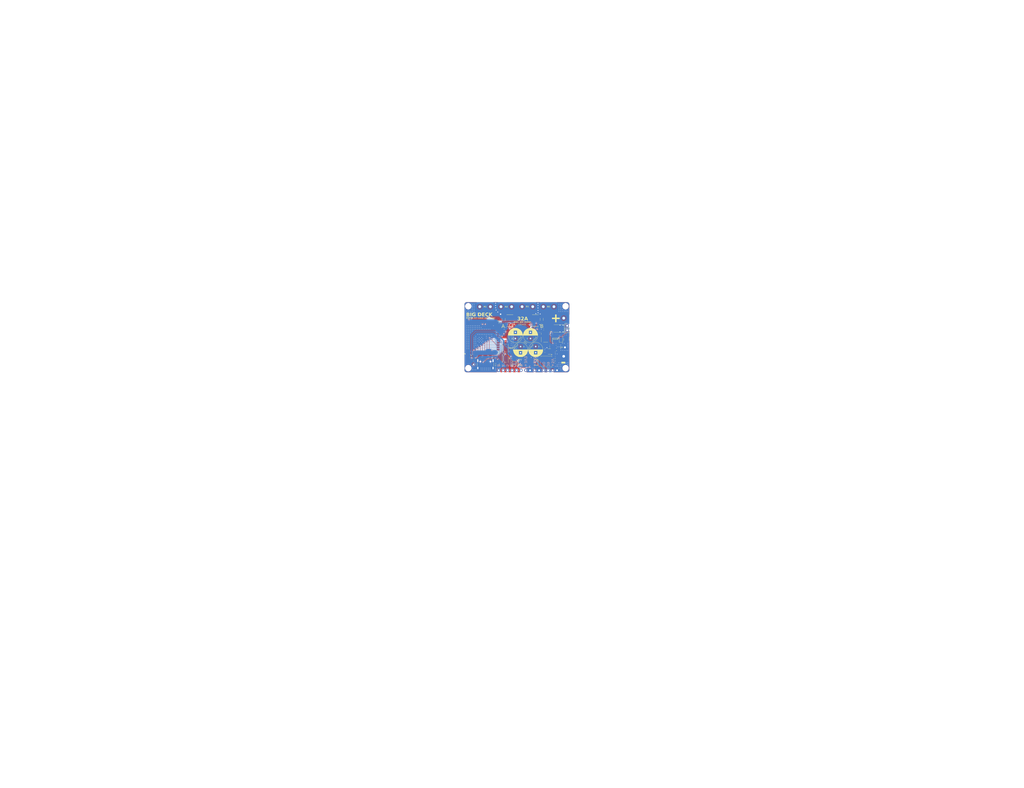
<source format=kicad_pcb>
(kicad_pcb (version 20240108) (generator "pcbnew") (generator_version "8.0")
  (layers (0 "F.Cu" signal) (1 "In1.Cu" signal) (2 "In2.Cu" signal) (31 "B.Cu" signal) (34 "B.Paste" user) (35 "F.Paste" user) (36 "B.SilkS" user "B.Silkscreen") (37 "F.SilkS" user "F.Silkscreen") (38 "B.Mask" user) (39 "F.Mask" user) (44 "Edge.Cuts" user))
  (net 0 "")
  (net 1 "+BATT")
  (net 2 "GND")
  (net 3 "Net-(SW1-B)")
  (net 4 "/VBUS")
  (net 5 "/0_")
  (net 6 "+3V3")
  (net 7 "Net-(U2-BST)")
  (net 8 "Net-(U2-SW)")
  (net 9 "+5V")
  (net 10 "/VBAT_RAW")
  (net 11 "Net-(IC1-VCP)")
  (net 12 "Net-(D1-K)")
  (net 13 "/V_EN")
  (net 14 "Net-(IC1-GATE)")
  (net 15 "/SYS_EN")
  (net 17 "Net-(J1-CC2)")
  (net 18 "Net-(J1-CC1)")
  (net 20 "/D_P")
  (net 21 "/D_N")
  (net 22 "/AO2")
  (net 23 "/AO1")
  (net 24 "/BO2")
  (net 25 "/BO1")
  (net 26 "Net-(U4-SR)")
  (net 27 "Net-(U5-SR)")
  (net 28 "/UART_RX")
  (net 29 "/7")
  (net 30 "/18")
  (net 31 "/38")
  (net 32 "/45_")
  (net 33 "/5")
  (net 34 "/D-")
  (net 35 "/11")
  (net 36 "/21")
  (net 38 "/46_")
  (net 39 "/16")
  (net 40 "/3_")
  (net 41 "/12")
  (net 42 "/47")
  (net 43 "/4")
  (net 44 "/1")
  (net 45 "/14")
  (net 46 "/M40")
  (net 47 "/M42")
  (net 48 "/8")
  (net 49 "/15")
  (net 50 "/6")
  (net 52 "/17")
  (net 53 "/9")
  (net 54 "/10")
  (net 55 "/48")
  (net 57 "/M39")
  (net 58 "/2")
  (net 59 "/13")
  (net 60 "/UART_TX")
  (net 61 "/M41")
  (net 62 "/D+")
  (net 64 "Net-(D3-A)")
  (footprint "Resistor_SMD:R_0402_1005Metric" (layer "F.Cu") (at 155.38 97.61 180)
    (property "Reference" "R5" (hide yes))
    (property "Value" "10K")
  )
  (footprint "Capacitor_SMD:C_0402_1005Metric" (layer "F.Cu") (at 176.83 109.11)
    (property "Reference" "C13" (hide yes))
    (property "Value" "1uF")
  )
  (footprint "hxtec32:Battery pads 30A" (layer "F.Cu") (at 182.705 114.015 90)
    (property "Reference" "J6" (hide yes))
    (property "Value" "Battery -")
  )
  (footprint "Resistor_SMD:R_0402_1005Metric" (layer "F.Cu") (at 153.49 97.61 180)
    (property "Reference" "R4" (hide yes))
    (property "Value" "8.2K")
  )
  (footprint "Capacitor_SMD:C_0402_1005Metric" (layer "F.Cu") (at 179.9 111.7 180)
    (property "Reference" "C15" (hide yes))
    (property "Value" "1nF")
  )
  (footprint "Resistor_SMD:R_0402_1005Metric" (layer "F.Cu") (at 142.43 114.09 180)
    (property "Reference" "R3" (hide yes))
    (property "Value" "5K1")
  )
  (footprint "Diode_SMD:D_SOD-123" (layer "F.Cu") (at 183.24 103.8 90)
    (property "Reference" "D1" (hide yes))
    (property "Value" "1N4148W-TP")
  )
  (footprint "Package_TO_SOT_SMD:SOT-23" (layer "F.Cu") (at 186.22 104.4975 -90)
    (property "Reference" "U7" (hide yes))
    (property "Value" "MCP1792x-5002xCB")
  )
  (footprint "Button_Switch_SMD:SW_SPST_PTS810" (layer "F.Cu") (at 151.715 109.375 -90)
    (property "Reference" "SW1" (hide yes))
    (property "Value" "PTS810")
  )
  (footprint "FFC2A32_08_T:GCT_FFC2A32-08-T" (layer "F.Cu") (at 164.58 117.39)
    (property "Reference" "J8" (hide yes))
    (property "Value" "FFC2A32-08-T")
  )
  (footprint "Capacitor_THT:CP_Radial_D8.0mm_P3.50mm" (layer "F.Cu") (at 160.32 108.5 -90)
    (property "Reference" "C24" (hide yes))
    (property "Value" "470uF")
  )
  (footprint "LD39200PU33R:SON95P300X300X100-7N-D" (layer "F.Cu") (at 130.74 115.44 -90)
    (property "Reference" "U3" (hide yes))
    (property "Value" "LD39200PU33R" (hide yes))
  )
  (footprint "Capacitor_SMD:C_0402_1005Metric" (layer "F.Cu") (at 174.025 111.7625 90)
    (property "Reference" "C7" (hide yes))
    (property "Value" "0.1uF")
  )
  (footprint "AP74700QW6-7:SOT95P285X140-6N" (layer "F.Cu") (at 179.92 104.1 90)
    (property "Reference" "IC1" (hide yes))
    (property "Value" "AP74700QW6-7" (hide yes))
  )
  (footprint "" (layer "F.Cu") (at 130.76 85.715 180)
    (property "Reference" "")
    (property "Value" "")
  )
  (footprint "Capacitor_SMD:C_0603_1608Metric" (layer "F.Cu") (at 179.945 117.38)
    (property "Reference" "C16" (hide yes))
    (property "Value" "22uF")
  )
  (footprint "4492:LED_4492" (layer "F.Cu") (at 156.695 115.525)
    (property "Reference" "U8" (hide yes))
    (property "Value" "4492")
  )
  (footprint "Capacitor_SMD:C_0805_2012Metric" (layer "F.Cu") (at 180.62 110.1)
    (property "Reference" "C11" (hide yes))
    (property "Value" "10uF")
  )
  (footprint "RF_Module:ESP32-S3-WROOM-1" (layer "F.Cu") (at 135.16 103.23 90)
    (property "Reference" "U1" (hide yes))
    (property "Value" "ESP32-S3-WROOM-1")
  )
  (footprint "Connector_PinHeader_2.54mm:PinHeader_1x02_P2.54mm_Vertical" (layer "F.Cu") (at 186.66 96.745)
    (property "Reference" "J2" (hide yes))
    (property "Value" "Enable pads")
  )
  (footprint "" (layer "F.Cu") (at 185.76 120.715 180)
    (property "Reference" "")
    (property "Value" "")
  )
  (footprint "Capacitor_SMD:C_1206_3216Metric" (layer "F.Cu") (at 150.732499 93.190002 90)
    (property "Reference" "C22" (hide yes))
    (property "Value" "22uF")
  )
  (footprint "Capacitor_SMD:C_1206_3216Metric" (layer "F.Cu") (at 172.255002 93.11 90)
    (property "Reference" "C23" (hide yes))
    (property "Value" "22uF")
  )
  (footprint "Connector_Wire:SolderWire-0.5sqmm_1x01_D0.9mm_OD2.1mm" (layer "F.Cu") (at 185.42 108.97)
    (property "Reference" "J3" (hide yes))
    (property "Value" "Chassis resistor")
  )
  (footprint "Capacitor_SMD:C_0402_1005Metric" (layer "F.Cu") (at 170.95 100.59 -90)
    (property "Reference" "C12" (hide yes))
    (property "Value" "0.1uF")
  )
  (footprint "Resistor_SMD:R_0402_1005Metric" (layer "F.Cu") (at 167.95 97.62 180)
    (property "Reference" "R6" (hide yes))
    (property "Value" "8.2K")
  )
  (footprint "hxtec32:Motor pads 10A" (layer "F.Cu") (at 146.26 85.97)
    (property "Reference" "J7" (hide yes))
    (property "Value" "Motor A")
  )
  (footprint "Inductor_SMD:L_Bourns_SRN6045TA" (layer "F.Cu") (at 174.95 116.96)
    (property "Reference" "L1" (hide yes))
    (property "Value" "6.8uH")
  )
  (footprint "Capacitor_SMD:C_0402_1005Metric" (layer "F.Cu") (at 173.41 98.88)
    (property "Reference" "C19" (hide yes))
    (property "Value" "0.1uF")
  )
  (footprint "hxtec32:DRV8245H-Q1" (layer "F.Cu") (at 154.2825 93.63501 180)
    (property "Reference" "U4" (hide yes))
    (property "Value" "DRV8245H-Q1" (hide yes))
  )
  (footprint "Capacitor_SMD:C_0402_1005Metric" (layer "F.Cu") (at 163.82 114.44)
    (property "Reference" "C10" (hide yes))
    (property "Value" "0.1uF")
  )
  (footprint "Capacitor_SMD:C_0603_1608Metric" (layer "F.Cu") (at 179.95 114.45)
    (property "Reference" "C8" (hide yes))
    (property "Value" "22uF")
  )
  (footprint "Capacitor_SMD:C_0402_1005Metric" (layer "F.Cu") (at 133.78 117 180)
    (property "Reference" "C17" (hide yes))
    (property "Value" "0.1uF")
  )
  (footprint "hxtec32:DRV8245H-Q1" (layer "F.Cu") (at 168.707502 93.635009 180)
    (property "Reference" "U5" (hide yes))
    (property "Value" "DRV8245H-Q1" (hide yes))
  )
  (footprint "Capacitor_SMD:C_0603_1608Metric" (layer "F.Cu") (at 179.95 115.91)
    (property "Reference" "C9" (hide yes))
    (property "Value" "22uF")
  )
  (footprint "Capacitor_THT:CP_Radial_D8.0mm_P3.50mm" (layer "F.Cu") (at 157.4 103.97 90)
    (property "Reference" "C1" (hide yes))
    (property "Value" "470uF")
  )
  (footprint "Capacitor_SMD:C_0603_1608Metric" (layer "F.Cu") (at 133.78 114.87 -90)
    (property "Reference" "C6" (hide yes))
    (property "Value" "22uF")
  )
  (footprint "Resistor_SMD:R_0402_1005Metric" (layer "F.Cu") (at 138.41 114.09)
    (property "Reference" "R2" (hide yes))
    (property "Value" "5K1")
  )
  (footprint "Capacitor_SMD:C_0402_1005Metric" (layer "F.Cu") (at 151.12 118.71 180)
    (property "Reference" "C4" (hide yes))
    (property "Value" "0.1uF")
  )
  (footprint "Package_SO:ONSemi_SO-8FL_488AA" (layer "F.Cu") (at 174.515 102.86725 -90)
    (property "Reference" "Q1" (hide yes))
    (property "Value" "NTMFS5C410NT3G")
  )
  (footprint "Package_TO_SOT_SMD:SOT-666" (layer "F.Cu") (at 147.23 118.46 90)
    (property "Reference" "U6" (hide yes))
    (property "Value" "USBLC6-2P6")
  )
  (footprint "Capacitor_SMD:C_0402_1005Metric" (layer "F.Cu") (at 178.51 101.05)
    (property "Reference" "C18" (hide yes))
    (property "Value" "0.1uF")
  )
  (footprint "Capacitor_SMD:C_0402_1005Metric" (layer "F.Cu") (at 135.98 114.09)
    (property "Reference" "C2" (hide yes))
    (property "Value" "1uF")
  )
  (footprint "LED_SMD:LED_0805_2012Metric" (layer "F.Cu") (at 156.69 118.4675 -90)
    (property "Reference" "D3" (hide yes))
    (property "Value" "Green LED")
  )
  (footprint "Capacitor_SMD:C_0402_1005Metric" (layer "F.Cu") (at 176.83 108.18)
    (property "Reference" "C14" (hide yes))
    (property "Value" "10nF")
  )
  (footprint "Capacitor_SMD:C_0603_1608Metric" (layer "F.Cu") (at 180.44 107.25)
    (property "Reference" "C20" (hide yes))
    (property "Value" "2.2uF")
  )
  (footprint "" (layer "F.Cu") (at 130.76 120.715 180)
    (property "Reference" "")
    (property "Value" "")
  )
  (footprint "Capacitor_SMD:C_0402_1005Metric" (layer "F.Cu") (at 144.87 114.09)
    (property "Reference" "C3" (hide yes))
    (property "Value" "0.1uF")
  )
  (footprint "" (layer "F.Cu") (at 185.76 85.715 180)
    (property "Reference" "")
    (property "Value" "")
  )
  (footprint "Capacitor_SMD:C_0603_1608Metric" (layer "F.Cu") (at 186.23 101.68 180)
    (property "Reference" "C21" (hide yes))
    (property "Value" "2.2uF")
  )
  (footprint "Button_Switch_SMD:SW_SPST_PTS810" (layer "F.Cu") (at 151.71 115.27 -90)
    (property "Reference" "SW2" (hide yes))
    (property "Value" "PTS810")
  )
  (footprint "Resistor_SMD:R_0402_1005Metric" (layer "F.Cu") (at 151.15 105.09 180)
    (property "Reference" "R1" (hide yes))
    (property "Value" "10K")
  )
  (footprint "Diode_SMD:D_SMB" (layer "F.Cu") (at 181.3 98.32 180)
    (property "Reference" "D2" (hide yes))
    (property "Value" "SMBJ33CAQ-13-F")
  )
  (footprint "Connector_USB:USB_C_Receptacle_GCT_USB4105-xx-A_16P_TopMnt_Horizontal" (layer "F.Cu") (at 140.46 119.57)
    (property "Reference" "J1" (hide yes))
    (property "Value" "USB-C connector")
  )
  (footprint "Capacitor_SMD:C_0402_1005Metric" (layer "F.Cu") (at 151.12 106.03)
    (property "Reference" "C5" (hide yes))
    (property "Value" "0.1uF")
  )
  (footprint "Resistor_SMD:R_0402_1005Metric" (layer "F.Cu") (at 155.16 119.11 -90)
    (property "Reference" "R8" (hide yes))
    (property "Value" "62")
  )
  (footprint "Package_TO_SOT_SMD:TSOT-23-6" (layer "F.Cu") (at 176.605 111.2825 180)
    (property "Reference" "U2" (hide yes))
    (property "Value" "AP63205WU")
  )
  (footprint "hxtec32:Battery pads 30A" (layer "F.Cu") (at 182.715 92.445 90)
    (property "Reference" "J5" (hide yes))
    (property "Value" "Battery +")
  )
  (footprint "Resistor_SMD:R_0402_1005Metric" (layer "F.Cu") (at 169.82 97.63 180)
    (property "Reference" "R7" (hide yes))
    (property "Value" "10K")
  )
  (footprint "Capacitor_THT:CP_Radial_D8.0mm_P3.50mm" (layer "F.Cu") (at 168.87 108.467349 -90)
    (property "Reference" "C26" (hide yes))
    (property "Value" "470uF")
  )
  (footprint "Capacitor_THT:CP_Radial_D8.0mm_P3.50mm" (layer "F.Cu") (at 165.94 103.97 90)
    (property "Reference" "C25" (hide yes))
    (property "Value" "470uF")
  )
  (footprint "hxtec32:Motor pads 10A" (layer "F.Cu") (at 170.19 85.95)
    (property "Reference" "J4" (hide yes))
    (property "Value" "Motor B")
  )
  (footprint "Connector_PinHeader_2.54mm:PinHeader_1x14_P2.54mm_Vertical" (layer "B.Cu") (at 147.93 121.91 -90)
    (property "Reference" "J9" (hide yes))
    (property "Value" "Conn_01x14_Pin")
  )
  (gr_arc (start 129.85 123.255) (mid 128.824695 122.830305) (end 128.4 121.805) (stroke (width 0.05)) (layer "Edge.Cuts"))
  (gr_line (start 186.67 83.205) (end 129.85 83.205) (stroke (width 0.05)) (layer "Edge.Cuts"))
  (gr_line (start 129.85 123.255) (end 186.67 123.255) (stroke (width 0.05)) (layer "Edge.Cuts"))
  (gr_arc (start 128.4 84.655) (mid 128.824695 83.629695) (end 129.85 83.205) (stroke (width 0.05)) (layer "Edge.Cuts"))
  (gr_arc (start 188.12 121.805) (mid 187.695305 122.830305) (end 186.67 123.255) (stroke (width 0.05)) (layer "Edge.Cuts"))
  (gr_line (start 188.12 84.655) (end 188.12 121.805) (stroke (width 0.05)) (layer "Edge.Cuts"))
  (gr_line (start 128.4 84.655) (end 128.4 121.805) (stroke (width 0.05)) (layer "Edge.Cuts"))
  (gr_arc (start 186.67 83.205) (mid 187.695305 83.629695) (end 188.12 84.655) (stroke (width 0.05)) (layer "Edge.Cuts"))
  (gr_text "-\n+5V\n39\n40\n-\n+BAT\n-\n+3V3\n9\n7\n6\n5\n4\n8" (at 181.88 119.87 270) (layer "B.SilkS") (effects (font (size 1.52 1.52) (thickness 0.1)) (justify left top mirror)))
  (gr_text "32A" (at 161.51 94.04 0) (layer "F.SilkS") (effects (font (size 2 2) (thickness 0.2) (bold yes)) (justify bottom)))
  (gr_text "BIG DECK" (at 129.56 91.71 0) (layer "F.SilkS") (effects (font (size 2 2) (thickness 0.3) (bold yes) (italic yes)) (justify left bottom)))
  (gr_text "-" (at 183.03 117.52 0) (layer "F.SilkS") (effects (font (size 5 5) (thickness 0.2) (bold yes)) (justify left)))
  (gr_text "A" (at 150.48 98.31 0) (layer "F.SilkS") (effects (font (size 2 2) (thickness 0.1)) (justify bottom)))
  (gr_text "B" (at 172.34 98.26 0) (layer "F.SilkS") (effects (font (size 2 2) (thickness 0.1)) (justify bottom)))
  (gr_text "[32mΩ]" (at 161.29 96.52 0) (layer "F.SilkS") (effects (font (size 0.8 0.8) (thickness 0.1)) (justify bottom)))
  (gr_text "B2" (at 176.17 86.44 0) (layer "F.SilkS") (effects (font (size 0.8 0.8) (thickness 0.2) (bold yes)) (justify bottom)))
  (gr_text "A1" (at 140.28 86.45 0) (layer "F.SilkS") (effects (font (size 0.8 0.8) (thickness 0.175) (bold yes)) (justify bottom)))
  (gr_text "A2" (at 152.28 86.48 0) (layer "F.SilkS") (effects (font (size 0.8 0.8) (thickness 0.2) (bold yes)) (justify bottom)))
  (gr_text "B1" (at 164.2 86.4 0) (layer "F.SilkS") (effects (font (size 0.8 0.8) (thickness 0.2) (bold yes)) (justify bottom)))
  (gr_text "470uF" (at 158.23 108.79 50) (layer "F.SilkS") (effects (font (size 0.8 0.8) (thickness 0.1)) (justify bottom)))
  (gr_text "ESP32-S3 robot controller" (at 129.6 92.88 0) (layer "F.SilkS") (effects (font (size 0.8 0.8) (thickness 0.2) (bold yes)) (justify left bottom)))
  (gr_text "+" (at 177.34 92.69 0) (layer "F.SilkS") (effects (font (size 5 5) (thickness 0.2) (bold yes)) (justify left)))
  (gr_text "max. per motor" (at 161.33 95.09 0) (layer "F.SilkS") (effects (font (size 0.8 0.8) (thickness 0.2) (bold yes)) (justify bottom)))
  (gr_text "470uF" (at 168.71 104.65 50) (layer "F.SilkS") (effects (font (size 0.8 0.8) (thickness 0.1)) (justify bottom)))
  (gr_text "470uF" (at 160.14 104.54 50) (layer "F.SilkS") (effects (font (size 0.8 0.8) (thickness 0.1)) (justify bottom)))
  (gr_text "35V" (at 162.7 106.62 325) (layer "F.SilkS") (effects (font (size 0.8 0.8) (thickness 0.1)) (justify bottom)))
  (gr_text "470uF" (at 166.8 108.9 50) (layer "F.SilkS") (effects (font (size 0.8 0.8) (thickness 0.1)) (justify bottom)))
  (gr_text "RST" (at 153.8 109.43 0) (layer "F.SilkS") (effects (font (size 0.8 0.8) (thickness 0.2) (bold yes)) (justify left)))
  (gr_text "1M" (at 182.55 109.48 0) (layer "F.SilkS") (effects (font (size 0.8 0.8) (thickness 0.1)) (justify left bottom)))
  (gr_text "0" (at 153.75 115.27 0) (layer "F.SilkS") (effects (font (size 0.8 0.8) (thickness 0.2) (bold yes)) (justify left)))
  (segment (start 175.71 105.42) (end 167.39 105.42) (width 4.5) (layer "F.Cu") (net 1))
  (segment (start 168.25 121.91) (end 171.01 119.15) (width 0.8) (layer "F.Cu") (net 1))
  (segment (start 174.515 103.61225) (end 175.71 104.80725) (width 4.5) (layer "F.Cu") (net 1))
  (segment (start 167.39 105.42) (end 165.94 103.97) (width 4.5) (layer "F.Cu") (net 1))
  (segment (start 174.515 103.61225) (end 174.47275 103.57) (width 4.5) (layer "F.Cu") (net 1))
  (segment (start 171.01 119.15) (end 171.01 110.607349) (width 0.8) (layer "F.Cu") (net 1))
  (segment (start 171.01 110.607349) (end 168.87 108.467349) (width 0.8) (layer "F.Cu") (net 1))
  (segment (start 175.71 104.80725) (end 175.71 105.42) (width 4.5) (layer "F.Cu") (net 1))
  (segment (start 174.47275 103.57) (end 172.78 103.57) (width 4.5) (layer "F.Cu") (net 1))
  (segment (start 174.515 103.61225) (end 175.31 103.61225) (width 4.5) (layer "F.Cu") (net 1))
  (segment (start 179.92 105.4) (end 179.92 106.995) (width 0.6) (layer "F.Cu") (net 2))
  (segment (start 179.92 106.995) (end 179.665 107.25) (width 0.6) (layer "F.Cu") (net 2))
  (via (at 130.02 104.69) (size 0.6) (drill 0.3) (layers "F.Cu" "B.Cu") (net 2))
  (via (at 170.23 89.41) (size 1) (drill 0.5) (layers "F.Cu" "B.Cu") (net 2))
  (via (at 184.02 117.69) (size 0.6) (drill 0.3) (layers "F.Cu" "B.Cu") (net 2))
  (via (at 134.02 98.69) (size 0.6) (drill 0.3) (layers "F.Cu" "B.Cu") (net 2))
  (via (at 183.02 110.69) (size 0.6) (drill 0.3) (layers "F.Cu" "B.Cu") (net 2))
  (via (at 170.17 85.36) (size 1) (drill 0.5) (layers "F.Cu" "B.Cu") (net 2))
  (via (at 141.02 101.69) (size 0.6) (drill 0.3) (layers "F.Cu" "B.Cu") (net 2))
  (via (at 172.02 96.69) (size 0.6) (drill 0.3) (layers "F.Cu" "B.Cu") (net 2))
  (via (at 133.02 98.69) (size 0.6) (drill 0.3) (layers "F.Cu" "B.Cu") (net 2))
  (via (at 133.02 87.69) (size 0.6) (drill 0.3) (layers "F.Cu" "B.Cu") (net 2))
  (via (at 184.02 110.69) (size 0.6) (drill 0.3) (layers "F.Cu" "B.Cu") (net 2))
  (via (at 132.02 90.69) (size 0.6) (drill 0.3) (layers "F.Cu" "B.Cu") (net 2))
  (via (at 131.02 103.69) (size 0.6) (drill 0.3) (layers "F.Cu" "B.Cu") (net 2))
  (via (at 142.02 98.69) (size 0.6) (drill 0.3) (layers "F.Cu" "B.Cu") (net 2))
  (via (at 133.02 99.69) (size 0.6) (drill 0.3) (layers "F.Cu" "B.Cu") (net 2))
  (via (at 130.02 97.69) (size 0.6) (drill 0.3) (layers "F.Cu" "B.Cu") (net 2))
  (via (at 183.02 86.69) (size 0.6) (drill 0.3) (layers "F.Cu" "B.Cu") (net 2))
  (via (at 136.02 90.69) (size 0.6) (drill 0.3) (layers "F.Cu" "B.Cu") (net 2))
  (via (at 185.02 106.69) (size 0.6) (drill 0.3) (layers "F.Cu" "B.Cu") (net 2))
  (via (at 156.02 107.69) (size 0.6) (drill 0.3) (layers "F.Cu" "B.Cu") (net 2))
  (via (at 164.02 112.69) (size 0.6) (drill 0.3) (layers "F.Cu" "B.Cu") (net 2))
  (via (at 182.02 119.69) (size 0.6) (drill 0.3) (layers "F.Cu" "B.Cu") (net 2))
  (via (at 133.02 86.69) (size 0.6) (drill 0.3) (layers "F.Cu" "B.Cu") (net 2))
  (via (at 184.02 88.69) (size 0.6) (drill 0.3) (layers "F.Cu" "B.Cu") (net 2))
  (via (at 134.02 89.69) (size 0.6) (drill 0.3) (layers "F.Cu" "B.Cu") (net 2))
  (via (at 183.02 118.69) (size 0.6) (drill 0.3) (layers "F.Cu" "B.Cu") (net 2))
  (via (at 151.02 98.69) (size 0.6) (drill 0.3) (layers "F.Cu" "B.Cu") (net 2))
  (via (at 131.02 108.69) (size 0.6) (drill 0.3) (layers "F.Cu" "B.Cu") (net 2))
  (via (at 146.02 120.69) (size 0.6) (drill 0.3) (layers "F.Cu" "B.Cu") (net 2))
  (via (at 181.02 108.69) (size 0.6) (drill 0.3) (layers "F.Cu" "B.Cu") (net 2))
  (via (at 163.02 112.69) (size 0.6) (drill 0.3) (layers "F.Cu" "B.Cu") (net 2))
  (via (at 138.02 97.69) (size 0.6) (drill 0.3) (layers "F.Cu" "B.Cu") (net 2))
  (via (at 130.02 96.69) (size 0.6) (drill 0.3) (layers "F.Cu" "B.Cu") (net 2))
  (via (at 170.02 113.69) (size 0.6) (drill 0.3) (layers "F.Cu" "B.Cu") (net 2))
  (via (at 183.02 87.69) (size 0.6) (drill 0.3) (layers "F.Cu" "B.Cu") (net 2))
  (via (at 170.02 114.69) (size 0.6) (drill 0.3) (layers "F.Cu" "B.Cu") (net 2))
  (via (at 156.02 105.69) (size 0.6) (drill 0.3) (layers "F.Cu" "B.Cu") (net 2))
  (via (at 132.02 99.69) (size 0.6) (drill 0.3) (layers "F.Cu" "B.Cu") (net 2))
  (via (at 143.02 121.69) (size 0.6) (drill 0.3) (layers "F.Cu" "B.Cu") (net 2))
  (via (at 187.02 106.69) (size 0.6) (drill 0.3) (layers "F.Cu" "B.Cu") (net 2))
  (via (at 155.02 104.69) (size 0.6) (drill 0.3) (layers "F.Cu" "B.Cu") (net 2))
  (via (at 136.02 97.69) (size 0.6) (drill 0.3) (layers "F.Cu" "B.Cu") (net 2))
  (via (at 133.02 85.69) (size 0.6) (drill 0.3) (layers "F.Cu" "B.Cu") (net 2))
  (via (at 181.02 112.69) (size 0.6) (drill 0.3) (layers "F.Cu" "B.Cu") (net 2))
  (via (at 134.02 87.69) (size 0.6) (drill 0.3) (layers "F.Cu" "B.Cu") (net 2))
  (via (at 172.02 97.69) (size 0.6) (drill 0.3) (layers "F.Cu" "B.Cu") (net 2))
  (via (at 131.02 89.69) (size 0.6) (drill 0.3) (layers "F.Cu" "B.Cu") (net 2))
  (via (at 130.02 91.69) (size 0.6) (drill 0.3) (layers "F.Cu" "B.Cu") (net 2))
  (via (at 158.02 110.69) (size 0.6) (drill 0.3) (layers "F.Cu" "B.Cu") (net 2))
  (via (at 131.02 101.69) (size 0.6) (drill 0.3) (layers "F.Cu" "B.Cu") (net 2))
  (via (at 138.02 90.69) (size 0.6) (drill 0.3) (layers "F.Cu" "B.Cu") (net 2))
  (via (at 135.02 89.69) (size 0.6) (drill 0.3) (layers "F.Cu" "B.Cu") (net 2))
  (via (at 143.02 120.69) (size 0.6) (drill 0.3) (layers "F.Cu" "B.Cu") (net 2))
  (via (at 132.02 100.69) (size 0.6) (drill 0.3) (layers "F.Cu" "B.Cu") (net 2))
  (via (at 167.02 120.69) (size 0.6) (drill 0.3) (layers "F.Cu" "B.Cu") (net 2))
  (via (at 183.02 117.69) (size 0.6) (drill 0.3) (layers "F.Cu" "B.Cu") (net 2))
  (via (at 170.2 88.07) (size 1) (drill 0.5) (layers "F.Cu" "B.Cu") (net 2))
  (via (at 131.02 109.69) (size 0.6) (drill 0.3) (layers "F.Cu" "B.Cu") (net 2))
  (via (at 134.02 97.69) (size 0.6) (drill 0.3) (layers "F.Cu" "B.Cu") (net 2))
  (via (at 131.02 102.69) (size 0.6) (drill 0.3) (layers "F.Cu" "B.Cu") (net 2))
  (via (at 170.18 86.69) (size 1) (drill 0.5) (layers "F.Cu" "B.Cu") (net 2))
  (via (at 149.04 90.2) (size 1.6) (drill 0.8) (layers "F.Cu" "B.Cu") (net 2))
  (via (at 156.02 102.69) (size 0.6) (drill 0.3) (layers "F.Cu" "B.Cu") (net 2))
  (via (at 135.02 106.69) (size 0.6) (drill 0.3) (layers "F.Cu" "B.Cu") (net 2))
  (via (at 135.02 96.69) (size 0.6) (drill 0.3) (layers "F.Cu" "B.Cu") (net 2))
  (via (at 156.02 108.69) (size 0.6) (drill 0.3) (layers "F.Cu" "B.Cu") (net 2))
  (via (at 134.02 88.69) (size 0.6) (drill 0.3) (layers "F.Cu" "B.Cu") (net 2))
  (via (at 144.02 101.69) (size 0.6) (drill 0.3) (layers "F.Cu" "B.Cu") (net 2))
  (via (at 136.02 96.69) (size 0.6) (drill 0.3) (layers "F.Cu" "B.Cu") (net 2))
  (via (at 180.02 112.69) (size 0.6) (drill 0.3) (layers "F.Cu" "B.Cu") (net 2))
  (via (at 130.02 105.69) (size 0.6) (drill 0.3) (layers "F.Cu" "B.Cu") (net 2))
  (via (at 136.02 107.69) (size 0.6) (drill 0.3) (layers "F.Cu" "B.Cu") (net 2))
  (via (at 135.02 102.69) (size 0.6) (drill 0.3) (layers "F.Cu" "B.Cu") (net 2))
  (via (at 134.02 105.69) (size 0.6) (drill 0.3) (layers "F.Cu" "B.Cu") (net 2))
  (via (at 182.02 118.69) (size 0.6) (drill 0.3) (layers "F.Cu" "B.Cu") (net 2))
  (via (at 146.02 121.69) (size 0.6) (drill 0.3) (layers "F.Cu" "B.Cu") (net 2))
  (via (at 166.02 112.69) (size 0.6) (drill 0.3) (layers "F.Cu" "B.Cu") (net 2))
  (via (at 131.02 97.69) (size 0.6) (drill 0.3) (layers "F.Cu" "B.Cu") (net 2))
  (via (at 134.02 106.69) (size 0.6) (drill 0.3) (layers "F.Cu" "B.Cu") (net 2))
  (via (at 169.02 114.69) (size 0.6) (drill 0.3) (layers "F.Cu" "B.Cu") (net 2))
  (via (at 155.02 103.69) (size 0.6) (drill 0.3) (layers "F.Cu" "B.Cu") (net 2))
  (via (at 186.02 117.69) (size 0.6) (drill 0.3) (layers "F.Cu" "B.Cu") (net 2))
  (via (at 141.02 103.69) (size 0.6) (drill 0.3) (layers "F.Cu" "B.Cu") (net 2))
  (via (at 157.02 109.69) (size 0.6) (drill 0.3) (layers "F.Cu" "B.Cu") (net 2))
  (via (at 130.02 102.69) (size 0.6) (drill 0.3) (layers "F.Cu" "B.Cu") (net 2))
  (via (at 157.02 108.69) (size 0.6) (drill 0.3) (layers "F.Cu" "B.Cu") (net 2))
  (via (at 184.37 96.41) (size 1) (drill 0.5) (layers "F.Cu" "B.Cu") (net 2))
  (via (at 187.02 108.69) (size 0.6) (drill 0.3) (layers "F.Cu" "B.Cu") (net 2))
  (via (at 137.02 98.69) (size 0.6) (drill 0.3) (layers "F.Cu" "B.Cu") (net 2))
  (via (at 182.02 108.69) (size 0.6) (drill 0.3) (layers "F.Cu" "B.Cu") (net 2))
  (via (at 182.02 87.69) (size 0.6) (drill 0.3) (layers "F.Cu" "B.Cu") (net 2))
  (via (at 137.02 96.69) (size 0.6) (drill 0.3) (layers "F.Cu" "B.Cu") (net 2))
  (via (at 157.02 107.69) (size 0.6) (drill 0.3) (layers "F.Cu" "B.Cu") (net 2))
  (via (at 139.02 101.69) (size 0.6) (drill 0.3) (layers "F.Cu" "B.Cu") (net 2))
  (via (at 155.02 107.69) (size 0.6) (drill 0.3) (layers "F.Cu" "B.Cu") (net 2))
  (via (at 183.02 85.69) (size 0.6) (drill 0.3) (layers "F.Cu" "B.Cu") (net 2))
  (via (at 141.02 102.69) (size 0.6) (drill 0.3) (layers "F.Cu" "B.Cu") (net 2))
  (via (at 135.02 105.69) (size 0.6) (drill 0.3) (layers "F.Cu" "B.Cu") (net 2))
  (via (at 135.02 97.69) (size 0.6) (drill 0.3) (layers "F.Cu" "B.Cu") (net 2))
  (via (at 132.02 98.69) (size 0.6) (drill 0.3) (layers "F.Cu" "B.Cu") (net 2))
  (via (at 130.02 109.69) (size 0.6) (drill 0.3) (layers "F.Cu" "B.Cu") (net 2))
  (via (at 181.02 119.69) (size 0.6) (drill 0.3) (layers "F.Cu" "B.Cu") (net 2))
  (via (at 185.02 88.69) (size 0.6) (drill 0.3) (layers "F.Cu" "B.Cu") (net 2))
  (via (at 135.02 90.69) (size 0.6) (drill 0.3) (layers "F.Cu" "B.Cu") (net 2))
  (via (at 130.02 88.69) (size 0.6) (drill 0.3) (layers "F.Cu" "B.Cu") (net 2))
  (via (at 141.02 121.69) (size 0.6) (drill 0.3) (layers "F.Cu" "B.Cu") (net 2))
  (via (at 184.02 118.69) (size 0.6) (drill 0.3) (layers "F.Cu" "B.Cu") (net 2))
  (via (at 135.02 107.69) (size 0.6) (drill 0.3) (layers "F.Cu" "B.Cu") (net 2))
  (via (at 183.02 121.69) (size 0.6) (drill 0.3) (layers "F.Cu" "B.Cu") (net 2))
  (via (at 140.02 98.69) (size 0.6) (drill 0.3) (layers "F.Cu" "B.Cu") (net 2))
  (via (at 156.02 106.69) (size 0.6) (drill 0.3) (layers "F.Cu" "B.Cu") (net 2))
  (via (at 184.02 87.69) (size 0.6) (drill 0.3) (layers "F.Cu" "B.Cu") (net 2))
  (via (at 133.02 90.69) (size 0.6) (drill 0.3) (layers "F.Cu" "B.Cu") (net 2))
  (via (at 132.02 97.69) (size 0.6) (drill 0.3) (layers "F.Cu" "B.Cu") (net 2))
  (via (at 130.02 103.69) (size 0.6) (drill 0.3) (layers "F.Cu" "B.Cu") (net 2))
  (via (at 134.02 108.69) (size 0.6) (drill 0.3) (layers "F.Cu" "B.Cu") (net 2))
  (via (at 160.69 116.31) (size 0.6) (drill 0.3) (layers "F.Cu" "B.Cu") (net 2))
  (via (at 182.61 100.21) (size 1) (drill 0.5) (layers "F.Cu" "B.Cu") (net 2))
  (via (at 138.02 121.69) (size 0.6) (drill 0.3) (layers "F.Cu" "B.Cu") (net 2))
  (via (at 136.02 98.69) (size 0.6) (drill 0.3) (layers "F.Cu" "B.Cu") (net 2))
  (via (at 138.02 120.69) (size 0.6) (drill 0.3) (layers "F.Cu" "B.Cu") (net 2))
  (via (at 140.02 101.69) (size 0.6) (drill 0.3) (layers "F.Cu" "B.Cu") (net 2))
  (via (at 165.02 112.69) (size 0.6) (drill 0.3) (layers "F.Cu" "B.Cu") (net 2))
  (via (at 136.02 101.69) (size 0.6) (drill 0.3) (layers "F.Cu" "B.Cu") (net 2))
  (via (at 131.02 105.69) (size 0.6) (drill 0.3) (layers "F.Cu" "B.Cu") (net 2))
  (via (at 143.02 98.69) (size 0.6) (drill 0.3) (layers "F.Cu" "B.Cu") (net 2))
  (via (at 137.02 101.69) (size 0.6) (drill 0.3) (layers "F.Cu" "B.Cu") (net 2))
  (via (at 152.02 97.69) (size 0.6) (drill 0.3) (layers "F.Cu" "B.Cu") (net 2))
  (via (at 135.02 98.69) (size 0.6) (drill 0.3) (layers "F.Cu" "B.Cu") (net 2))
  (via (at 130.02 107.69) (size 0.6) (drill 0.3) (layers "F.Cu" "B.Cu") (net 2))
  (via (at 135.02 103.69) (size 0.6) (drill 0.3) (layers "F.Cu" "B.Cu") (net 2))
  (via (at 181.02 118.69) (size 0.6) (drill 0.3) (layers "F.Cu" "B.Cu") (net 2))
  (via (at 187.02 88.69) (size 0.6) (drill 0.3) (layers "F.Cu" "B.Cu") (net 2))
  (via (at 130.02 98.69) (size 0.6) (drill 0.3) (layers "F.Cu" "B.Cu") (net 2))
  (via (at 146.21 83.98) (size 1) (drill 0.5) (layers "F.Cu" "B.Cu") (net 2))
  (via (at 174.02 110.35) (size 0.6) (drill 0.3) (layers "F.Cu" "B.Cu") (net 2))
  (via (at 134.02 86.69) (size 0.6) (drill 0.3) (layers "F.Cu" "B.Cu") (net 2))
  (via (at 174.22 109.57) (size 0.6) (drill 0.3) (layers "F.Cu" "B.Cu") (net 2))
  (via (at 147.43 89.01) (size 1) (drill 0.5) (layers "F.Cu" "B.Cu") (net 2))
  (via (at 134.02 121.69) (size 0.6) (drill 0.3) (layers "F.Cu" "B.Cu") (net 2))
  (via (at 141.02 98.69) (size 0.6) (drill 0.3) (layers "F.Cu" "B.Cu") (net 2))
  (via (at 155.02 105.69) (size 0.6) (drill 0.3) (layers "F.Cu" "B.Cu") (net 2))
  (via (at 131.02 107.69) (size 0.6) (drill 0.3) (layers "F.Cu" "B.Cu") (net 2))
  (via (at 183.02 84.64) (size 0.6) (drill 0.3) (layers "F.Cu" "B.Cu") (net 2))
  (via (at 187.02 107.69) (size 0.6) (drill 0.3) (layers "F.Cu" "B.Cu") (net 2))
  (via (at 131.02 91.69) (size 0.6) (drill 0.3) (layers "F.Cu" "B.Cu") (net 2))
  (via (at 158.02 109.69) (size 0.6) (drill 0.3) (layers "F.Cu" "B.Cu") (net 2))
  (via (at 130.02 101.69) (size 0.6) (drill 0.3) (layers "F.Cu" "B.Cu") (net 2))
  (via (at 151.02 119.69) (size 0.6) (drill 0.3) (layers "F.Cu" "B.Cu") (net 2))
  (via (at 183.02 108.69) (size 0.6) (drill 0.3) (layers "F.Cu" "B.Cu") (net 2))
  (via (at 167.02 113.69) (size 0.6) (drill 0.3) (layers "F.Cu" "B.Cu") (net 2))
  (via (at 162.02 112.69) (size 0.6) (drill 0.3) (layers "F.Cu" "B.Cu") (net 2))
  (via (at 135.02 121.69) (size 0.6) (drill 0.3) (layers "F.Cu" "B.Cu") (net 2))
  (via (at 140.02 121.69) (size 0.6) (drill 0.3) (layers "F.Cu" "B.Cu") (net 2))
  (via (at 130.02 100.69) (size 0.6) (drill 0.3) (layers "F.Cu" "B.Cu") (net 2))
  (via (at 182.02 85.69) (size 0.6) (drill 0.3) (layers "F.Cu" "B.Cu") (net 2))
  (via (at 139.02 98.69) (size 0.6) (drill 0.3) (layers "F.Cu" "B.Cu") (net 2))
  (via (at 131.02 100.69) (size 0.6) (drill 0.3) (layers "F.Cu" "B.Cu") (net 2))
  (via (at 139.02 120.69) (size 0.6) (drill 0.3) (layers "F.Cu" "B.Cu") (net 2))
  (via (at 183.02 119.69) (size 0.6) (drill 0.3) (layers "F.Cu" "B.Cu") (net 2))
  (via (at 184.705 114.015) (size 2.5) (drill 1.5) (layers "F.Cu" "B.Cu") (net 2))
  (via (at 184.37 100.21) (size 1) (drill 0.5) (layers "F.Cu" "B.Cu") (net 2))
  (via (at 135.02 104.69) (size 0.6) (drill 0.3) (layers "F.Cu" "B.Cu") (net 2))
  (via (at 140.02 120.69) (size 0.6) (drill 0.3) (layers "F.Cu" "B.Cu") (net 2))
  (via (at 134.02 96.69) (size 0.6) (drill 0.3) (layers "F.Cu" "B.Cu") (net 2))
  (via (at 185.02 110.69) (size 0.6) (drill 0.3) (layers "F.Cu" "B.Cu") (net 2))
  (via (at 146.21 85.29) (size 1) (drill 0.5) (layers "F.Cu" "B.Cu") (net 2))
  (via (at 133.02 89.69) (size 0.6) (drill 0.3) (layers "F.Cu" "B.Cu") (net 2))
  (via (at 138.02 98.69) (size 0.6) (drill 0.3) (layers "F.Cu" "B.Cu") (net 2))
  (via (at 142.02 101.69) (size 0.6) (drill 0.3) (layers "F.Cu" "B.Cu") (net 2))
  (via (at 145.02 96.69) (size 0.6) (drill 0.3) (layers "F.Cu" "B.Cu") (net 2))
  (via (at 182.02 120.69) (size 0.6) (drill 0.3) (layers "F.Cu" "B.Cu") (net 2))
  (via (at 187.02 117.69) (size 0.6) (drill 0.3) (layers "F.Cu" "B.Cu") (net 2))
  (via (at 155.02 101.69) (size 0.6) (drill 0.3) (layers "F.Cu" "B.Cu") (net 2))
  (via (at 136.02 89.69) (size 0.6) (drill 0.3) (layers "F.Cu" "B.Cu") (net 2))
  (via (at 182.02 88.69) (size 0.6) (drill 0.3) (layers "F.Cu" "B.Cu") (net 2))
  (via (at 131.02 106.69) (size 0.6) (drill 0.3) (layers "F.Cu" "B.Cu") (net 2))
  (via (at 183.02 109.69) (size 0.6) (drill 0.3) (layers "F.Cu" "B.Cu") (net 2))
  (via (at 133.02 97.69) (size 0.6) (drill 0.3) (layers "F.Cu" "B.Cu") (net 2))
  (via (at 137.02 89.69) (size 0.6) (drill 0.3) (layers "F.Cu" "B.Cu") (net 2))
  (via (at 146.49 87.87) (size 1) (drill 0.5) (layers "F.Cu" "B.Cu") (net 2))
  (via (at 155.02 106.69) (size 0.6) (drill 0.3) (layers "F.Cu" "B.Cu") (net 2))
  (via (at 167.02 112.69) (size 0.6) (drill 0.3) (layers "F.Cu" "B.Cu") (net 2))
  (via (at 182.02 86.69) (size 0.6) (drill 0.3) (layers "F.Cu" "B.Cu") (net 2))
  (via (at 130.02 108.69) (size 0.6) (drill 0.3) (layers "F.Cu" "B.Cu") (net 2))
  (via (at 133.02 121.69) (size 0.6) (drill 0.3) (layers "F.Cu" "B.Cu") (net 2))
  (via (at 134.02 85.69) (size 0.6) (drill 0.3) (layers "F.Cu" "B.Cu") (net 2))
  (via (at 139.02 121.69) (size 0.6) (drill 0.3) (layers "F.Cu" "B.Cu") (net 2))
  (via (at 186.02 110.69) (size 0.6) (drill 0.3) (layers "F.Cu" "B.Cu") (net 2))
  (via (at 144.02 102.69) (size 0.6) (drill 0.3) (layers "F.Cu" "B.Cu") (net 2))
  (via (at 132.02 89.69) (size 0.6) (drill 0.3) (layers "F.Cu" "B.Cu") (net 2))
  (via (at 183.02 120.69) (size 0.6) (drill 0.3) (layers "F.Cu" "B.Cu") (net 2))
  (via (at 133.02 96.69) (size 0.6) (drill 0.3) (layers "F.Cu" "B.Cu") (net 2))
  (via (at 134.02 103.69) (size 0.6) (drill 0.3) (layers "F.Cu" "B.Cu") (net 2))
  (via (at 168.02 113.69) (size 0.6) (drill 0.3) (layers "F.Cu" "B.Cu") (net 2))
  (via (at 171.44 90.08) (size 1) (drill 0.5) (layers "F.Cu" "B.Cu") (net 2))
  (via (at 156.02 104.69) (size 0.6) (drill 0.3) (layers "F.Cu" "B.Cu") (net 2))
  (via (at 175.22 109.16) (size 1) (drill 0.5) (layers "F.Cu" "B.Cu") (net 2))
  (via (at 183.02 107.69) (size 0.6) (drill 0.3) (layers "F.Cu" "B.Cu") (net 2))
  (via (at 183.02 88.69) (size 0.6) (drill 0.3) (layers "F.Cu" "B.Cu") (net 2))
  (via (at 131.02 104.69) (size 0.6) (drill 0.3) (layers "F.Cu" "B.Cu") (net 2))
  (via (at 143.02 101.69) (size 0.6) (drill 0.3) (layers "F.Cu" "B.Cu") (net 2))
  (via (at 184.02 106.69) (size 0.6) (drill 0.3) (layers "F.Cu" "B.Cu") (net 2))
  (via (at 169.02 113.69) (size 0.6) (drill 0.3) (layers "F.Cu" "B.Cu") (net 2))
  (via (at 156.02 101.69) (size 0.6) (drill 0.3) (layers "F.Cu" "B.Cu") (net 2))
  (via (at 141.02 120.69) (size 0.6) (drill 0.3) (layers "F.Cu" "B.Cu") (net 2))
  (via (at 134.02 107.69) (size 0.6) (drill 0.3) (layers "F.Cu" "B.Cu") (net 2))
  (via (at 130.02 99.69) (size 0.6) (drill 0.3) (layers "F.Cu" "B.Cu") (net 2))
  (via (at 131.02 98.69) (size 0.6) (drill 0.3) (layers "F.Cu" "B.Cu") (net 2))
  (via (at 134.02 90.69) (size 0.6) (drill 0.3) (layers "F.Cu" "B.Cu") (net 2))
  (via (at 132.02 88.69) (size 0.6) (drill 0.3) (layers "F.Cu" "B.Cu") (net 2))
  (via (at 155.02 102.69) (size 0.6) (drill 0.3) (layers "F.Cu" "B.Cu") (net 2))
  (via (at 154.02 103.69) (size 0.6) (drill 0.3) (layers "F.Cu" "B.Cu") (net 2))
  (via (at 131.02 99.69) (size 0.6) (drill 0.3) (layers "F.Cu" "B.Cu") (net 2))
  (via (at 150.02 119.69) (size 0.6) (drill 0.3) (layers "F.Cu" "B.Cu") (net 2))
  (via (at 172.02 98.69) (size 0.6) (drill 0.3) (layers "F.Cu" "B.Cu") (net 2))
  (via (at 168.94 89.89) (size 1) (drill 0.5) (layers "F.Cu" "B.Cu") (net 2))
  (via (at 182.02 117.69) (size 0.6) (drill 0.3) (layers "F.Cu" "B.Cu") (net 2))
  (via (at 131.02 88.69) (size 0.6) (drill 0.3) (layers "F.Cu" "B.Cu") (net 2))
  (via (at 130.02 106.69) (size 0.6) (drill 0.3) (layers "F.Cu" "B.Cu") (net 2))
  (via (at 186.02 88.69) (size 0.6) (drill 0.3) (layers "F.Cu" "B.Cu") (net 2))
  (via (at 146.24 86.56) (size 1) (drill 0.5) (layers "F.Cu" "B.Cu") (net 2))
  (via (at 182.02 84.65) (size 0.6) (drill 0.3) (layers "F.Cu" "B.Cu") (net 2))
  (via (at 180.02 119.69) (size 0.6) (drill 0.3) (layers "F.Cu" "B.Cu") (net 2))
  (via (at 133.02 88.69) (size 0.6) (drill 0.3) (layers "F.Cu" "B.Cu") (net 2))
  (via (at 142.02 120.69) (size 0.6) (drill 0.3) (layers "F.Cu" "B.Cu") (net 2))
  (via (at 134.02 104.69) (size 0.6) (drill 0.3) (layers "F.Cu" "B.Cu") (net 2))
  (via (at 156.02 100.69) (size 0.6) (drill 0.3) (layers "F.Cu" "B.Cu") (net 2))
  (via (at 142.02 121.69) (size 0.6) (drill 0.3) (layers "F.Cu" "B.Cu") (net 2))
  (via (at 139.02 90.69) (size 0.6) (drill 0.3) (layers "F.Cu" "B.Cu") (net 2))
  (via (at 182.63 96.41) (size 1) (drill 0.5) (layers "F.Cu" "B.Cu") (net 2))
  (via (at 130.02 90.69) (size 0.6) (drill 0.3) (layers "F.Cu" "B.Cu") (net 2))
  (via (at 131.02 90.69) (size 0.6) (drill 0.3) (layers "F.Cu" "B.Cu") (net 2))
  (via (at 131.02 96.69) (size 0.6) (drill 0.3) (layers "F.Cu" "B.Cu") (net 2))
  (via (at 187.02 110.69) (size 0.6) (drill 0.3) (layers "F.Cu" "B.Cu") (net 2))
  (via (at 133.02 84.69) (size 0.6) (drill 0.3) (layers "F.Cu" "B.Cu") (net 2))
  (via (at 137.02 97.69) (size 0.6) (drill 0.3) (layers "F.Cu" "B.Cu") (net 2))
  (via (at 134.02 84.69) (size 0.6) (drill 0.3) (layers "F.Cu" "B.Cu") (net 2))
  (via (at 154.02 102.69) (size 0.6) (drill 0.3) (layers "F.Cu" "B.Cu") (net 2))
  (via (at 138.02 101.69) (size 0.6) (drill 0.3) (layers "F.Cu" "B.Cu") (net 2))
  (via (at 130.02 89.69) (size 0.6) (drill 0.3) (layers "F.Cu" "B.Cu") (net 2))
  (via (at 156.02 103.69) (size 0.6) (drill 0.3) (layers "F.Cu" "B.Cu") (net 2))
  (via (at 170.16 84.04) (size 1) (drill 0.5) (layers "F.Cu" "B.Cu") (net 2))
  (via (at 187.02 118.69) (size 0.6) (drill 0.3) (layers "F.Cu" "B.Cu") (net 2))
  (via (at 185.02 117.69) (size 0.6) (drill 0.3) (layers "F.Cu" "B.Cu") (net 2))
  (via (at 137.02 90.69) (size 0.6) (drill 0.3) (layers "F.Cu" "B.Cu") (net 2))
  (via (at 132.02 96.69) (size 0.6) (drill 0.3) (layers "F.Cu" "B.Cu") (net 2))
  (segment (start 132.54 113.03) (end 134.9 113.03) (width 0.2) (layer "F.Cu") (net 3))
  (segment (start 135.05 114.54) (end 135.5 114.09) (width 0.2) (layer "F.Cu") (net 3))
  (segment (start 134.9 113.03) (end 135.5 113.63) (width 0.2) (layer "F.Cu") (net 3))
  (segment (start 149.750255 111.45) (end 150.64 111.45) (width 0.2) (layer "F.Cu") (net 3))
  (segment (start 132.44 112.93) (end 132.54 113.03) (width 0.2) (layer "F.Cu") (net 3))
  (segment (start 147.910255 113.29) (end 149.750255 111.45) (width 0.2) (layer "F.Cu") (net 3))
  (segment (start 150.64 105.09) (end 150.64 111.45) (width 0.2) (layer "F.Cu") (net 3))
  (segment (start 135.05 114.91) (end 135.05 114.54) (width 0.2) (layer "F.Cu") (net 3))
  (segment (start 132.44 111.98) (end 132.44 112.93) (width 0.2) (layer "F.Cu") (net 3))
  (segment (start 135.5 113.63) (end 135.5 114.09) (width 0.2) (layer "F.Cu") (net 3))
  (segment (start 147.16 113.29) (end 147.910255 113.29) (width 0.2) (layer "F.Cu") (net 3))
  (via (at 147.16 113.29) (size 0.6) (drill 0.3) (layers "F.Cu" "B.Cu") (net 3))
  (via (at 135.05 114.91) (size 0.6) (drill 0.3) (layers "F.Cu" "B.Cu") (net 3))
  (segment (start 135.44 115.02) (end 135.16 115.02) (width 0.2) (layer "B.Cu") (net 3))
  (segment (start 146.92 113.53) (end 136.93 113.53) (width 0.2) (layer "B.Cu") (net 3))
  (segment (start 135.16 115.02) (end 135.05 114.91) (width 0.2) (layer "B.Cu") (net 3))
  (segment (start 136.93 113.53) (end 135.44 115.02) (width 0.2) (layer "B.Cu") (net 3))
  (segment (start 147.16 113.29) (end 146.92 113.53) (width 0.2) (layer "B.Cu") (net 3))
  (segment (start 143.260001 114.915) (end 142.86 115.315001) (width 0.4) (layer "F.Cu") (net 4))
  (segment (start 144.77 114.5) (end 144.77 114.26) (width 0.2) (layer "F.Cu") (net 4))
  (segment (start 147.43 115.64) (end 148.33 116.54) (width 0.3) (layer "F.Cu") (net 4))
  (segment (start 148.047656 118.21) (end 147.487344 118.21) (width 0.3) (layer "F.Cu") (net 4))
  (segment (start 144.32 114.95) (end 144.77 114.5) (width 0.2) (layer "F.Cu") (net 4))
  (segment (start 138.06 116.464999) (end 138.895001 117.3) (width 0.2) (layer "F.Cu") (net 4))
  (segment (start 148.33 116.54) (end 148.33 117.927656) (width 0.3) (layer "F.Cu") (net 4))
  (segment (start 138.06 115.89) (end 138.06 116.464999) (width 0.2) (layer "F.Cu") (net 4))
  (segment (start 142.86 115.315001) (end 142.86 115.89) (width 0.4) (layer "F.Cu") (net 4))
  (segment (start 147.23 117.952656) (end 147.23 117.535) (width 0.3) (layer "F.Cu") (net 4))
  (segment (start 144.110001 114.09) (end 143.285001 114.915) (width 0.4) (layer "F.Cu") (net 4))
  (segment (start 147.487344 118.21) (end 147.23 117.952656) (width 0.3) (layer "F.Cu") (net 4))
  (segment (start 144.39 114.09) (end 144.110001 114.09) (width 0.4) (layer "F.Cu") (net 4))
  (segment (start 143.285001 114.915) (end 143.260001 114.915) (width 0.4) (layer "F.Cu") (net 4))
  (segment (start 144.6 114.09) (end 144.39 114.09) (width 0.2) (layer "F.Cu") (net 4))
  (segment (start 144.77 114.26) (end 144.6 114.09) (width 0.2) (layer "F.Cu") (net 4))
  (segment (start 148.33 117.927656) (end 148.047656 118.21) (width 0.3) (layer "F.Cu") (net 4))
  (segment (start 138.895001 117.3) (end 139.18 117.3) (width 0.2) (layer "F.Cu") (net 4))
  (via (at 144.32 114.95) (size 0.6) (drill 0.3) (layers "F.Cu" "B.Cu") (net 4))
  (via (at 147.43 115.64) (size 0.6) (drill 0.3) (layers "F.Cu" "B.Cu") (net 4))
  (via (at 139.18 117.3) (size 0.6) (drill 0.3) (layers "F.Cu" "B.Cu") (net 4))
  (segment (start 144.32 114.95) (end 143.92 115.35) (width 0.2) (layer "B.Cu") (net 4))
  (segment (start 143.92 115.35) (end 141.44 115.35) (width 0.2) (layer "B.Cu") (net 4))
  (segment (start 147.43 115.64) (end 146.74 114.95) (width 0.3) (layer "B.Cu") (net 4))
  (segment (start 141.44 115.35) (end 139.49 117.3) (width 0.2) (layer "B.Cu") (net 4))
  (segment (start 146.74 114.95) (end 144.32 114.95) (width 0.3) (layer "B.Cu") (net 4))
  (segment (start 139.49 117.3) (end 139.18 117.3) (width 0.2) (layer "B.Cu") (net 4))
  (segment (start 144.26 103.93) (end 146.41 101.78) (width 0.2) (layer "F.Cu") (net 5))
  (segment (start 146.41 101.78) (end 146.41 94.48) (width 0.2) (layer "F.Cu") (net 5))
  (segment (start 150.64 118.71) (end 150.64 117.35) (width 0.2) (layer "F.Cu") (net 5))
  (segment (start 150.635 117.345) (end 150.635 113.195) (width 0.2) (layer "F.Cu") (net 5))
  (segment (start 150.635 113.195) (end 151.105 113.195) (width 0.2) (layer "F.Cu") (net 5))
  (segment (start 151.105 113.195) (end 151.68 112.62) (width 0.2) (layer "F.Cu") (net 5))
  (segment (start 144.26 104.09) (end 144.26 103.93) (width 0.2) (layer "F.Cu") (net 5))
  (segment (start 150.64 117.35) (end 150.635 117.345) (width 0.2) (layer "F.Cu") (net 5))
  (via (at 144.26 104.09) (size 0.6) (drill 0.3) (layers "F.Cu" "B.Cu") (net 5))
  (via (at 151.68 112.62) (size 0.6) (drill 0.3) (layers "F.Cu" "B.Cu") (net 5))
  (segment (start 144.26 104.09) (end 144.51 103.84) (width 0.2) (layer "B.Cu") (net 5))
  (segment (start 151.68 110.041372) (end 151.68 112.62) (width 0.2) (layer "B.Cu") (net 5))
  (segment (start 144.51 103.84) (end 145.478628 103.84) (width 0.2) (layer "B.Cu") (net 5))
  (segment (start 145.478628 103.84) (end 151.68 110.041372) (width 0.2) (layer "B.Cu") (net 5))
  (segment (start 158.667154 117.17) (end 162.53 117.17) (width 0.4) (layer "F.Cu") (net 6))
  (segment (start 155.16 117.06) (end 155.16 114.51) (width 0.4) (layer "F.Cu") (net 6))
  (segment (start 152.35 105.09) (end 152.72 105.46) (width 0.3) (layer "F.Cu") (net 6))
  (segment (start 163.34 114.44) (end 163.34 115.98) (width 0.4) (layer "F.Cu") (net 6))
  (segment (start 155.16 118.6) (end 155.2425 118.5175) (width 0.4) (layer "F.Cu") (net 6))
  (segment (start 163.33 116.37) (end 163.33 115.99) (width 0.4) (layer "F.Cu") (net 6))
  (segment (start 162.53 117.17) (end 163.33 116.37) (width 0.4) (layer "F.Cu") (net 6))
  (segment (start 170.33 97.63) (end 170.33 98.2) (width 0.3) (layer "F.Cu") (net 6))
  (segment (start 157.319654 118.5175) (end 158.667154 117.17) (width 0.4) (layer "F.Cu") (net 6))
  (segment (start 170.33 98.2) (end 169.82 98.71) (width 0.3) (layer "F.Cu") (net 6))
  (segment (start 155.2425 118.5175) (end 157.319654 118.5175) (width 0.4) (layer "F.Cu") (net 6))
  (segment (start 151.66 105.09) (end 152.35 105.09) (width 0.3) (layer "F.Cu") (net 6))
  (segment (start 163.34 115.98) (end 163.33 115.99) (width 0.4) (layer "F.Cu") (net 6))
  (segment (start 155.16 117.06) (end 156.22 116) (width 0.4) (layer "F.Cu") (net 6))
  (segment (start 155.16 114.51) (end 154.75 114.1) (width 0.4) (layer "F.Cu") (net 6))
  (segment (start 155.16 118.6) (end 155.16 117.06) (width 0.4) (layer "F.Cu") (net 6))
  (segment (start 156.66 98.38) (end 155.89 97.61) (width 0.3) (layer "F.Cu") (net 6))
  (segment (start 152.72 105.46) (end 152.72 105.78) (width 0.3) (layer "F.Cu") (net 6))
  (segment (start 156.66 98.45) (end 156.66 98.38) (width 0.3) (layer "F.Cu") (net 6))
  (via (at 154.75 114.1) (size 1) (drill 0.5) (layers "F.Cu" "B.Cu") (net 6))
  (via (at 156.66 98.45) (size 0.6) (drill 0.3) (layers "F.Cu" "B.Cu") (net 6))
  (via (at 132.72 114.78) (size 1) (drill 0.5) (layers "F.Cu" "B.Cu") (net 6))
  (via (at 152.72 105.78) (size 0.6) (drill 0.3) (layers "F.Cu" "B.Cu") (net 6))
  (via (at 169.82 98.71) (size 0.6) (drill 0.3) (layers "F.Cu" "B.Cu") (net 6))
  (segment (start 150.82 105.25) (end 145.32 99.75) (width 0.8) (layer "B.Cu") (net 6))
  (segment (start 152.72 105.99) (end 152.72 105.78) (width 0.3) (layer "B.Cu") (net 6))
  (segment (start 150.82 107.060052) (end 151.500052 106.38) (width 0.3) (layer "B.Cu") (net 6))
  (segment (start 151.500052 106.38) (end 152.33 106.38) (width 0.3) (layer "B.Cu") (net 6))
  (segment (start 153.38 112.73) (end 154.75 114.1) (width 0.8) (layer "B.Cu") (net 6))
  (segment (start 153.38 109.620052) (end 153.38 112.73) (width 0.8) (layer "B.Cu") (net 6))
  (segment (start 135.07 99.75) (end 132.72 102.1) (width 0.8) (layer "B.Cu") (net 6))
  (segment (start 152.72 102.37) (end 152.72 105.78) (width 0.3) (layer "B.Cu") (net 6))
  (segment (start 145.32 99.75) (end 135.07 99.75) (width 0.8) (layer "B.Cu") (net 6))
  (segment (start 150.82 107.060052) (end 150.82 105.25) (width 0.8) (layer "B.Cu") (net 6))
  (segment (start 150.82 107.060052) (end 153.38 109.620052) (width 0.8) (layer "B.Cu") (net 6))
  (segment (start 152.33 106.38) (end 152.72 105.99) (width 0.3) (layer "B.Cu") (net 6))
  (segment (start 156.64 98.45) (end 152.72 102.37) (width 0.3) (layer "B.Cu") (net 6))
  (segment (start 156.66 98.45) (end 156.64 98.45) (width 0.3) (layer "B.Cu") (net 6))
  (segment (start 132.72 102.1) (end 132.72 114.78) (width 0.8) (layer "B.Cu") (net 6))
  (segment (start 174.035 112.2325) (end 174.025 112.2425) (width 0.4) (layer "F.Cu") (net 7))
  (segment (start 175.4675 112.2325) (end 174.035 112.2325) (width 0.4) (layer "F.Cu") (net 7))
  (via (at 133.76 118.6) (size 1.6) (drill 0.8) (layers "F.Cu" "B.Cu") (net 9))
  (segment (start 178.97 101.07) (end 178.99 101.05) (width 0.6) (layer "F.Cu") (net 10))
  (segment (start 178.97 102.8) (end 178.97 101.07) (width 0.6) (layer "F.Cu") (net 10))
  (via (at 184.715 92.445) (size 2.5) (drill 1.5) (layers "F.Cu" "B.Cu") (net 10))
  (segment (start 178.97 106.14) (end 178.56 106.55) (width 0.3) (layer "F.Cu") (net 11))
  (segment (start 178.03 100.51) (end 177.77 100.25) (width 0.3) (layer "F.Cu") (net 11))
  (segment (start 178.97 105.4) (end 178.97 106.14) (width 0.3) (layer "F.Cu") (net 11))
  (segment (start 178.03 101.05) (end 178.03 100.51) (width 0.3) (layer "F.Cu") (net 11))
  (via (at 177.77 100.25) (size 0.6) (drill 0.3) (layers "F.Cu" "B.Cu") (net 11))
  (via (at 178.56 106.55) (size 0.6) (drill 0.3) (layers "F.Cu" "B.Cu") (net 11))
  (segment (start 177.13 105.7) (end 177.98 106.55) (width 0.3) (layer "B.Cu") (net 11))
  (segment (start 177.26 100.25) (end 177.13 100.38) (width 0.3) (layer "B.Cu") (net 11))
  (segment (start 177.98 106.55) (end 178.56 106.55) (width 0.3) (layer "B.Cu") (net 11))
  (segment (start 177.13 100.38) (end 177.13 105.7) (width 0.3) (layer "B.Cu") (net 11))
  (segment (start 177.77 100.25) (end 177.26 100.25) (width 0.3) (layer "B.Cu") (net 11))
  (segment (start 183.24 105.45) (end 186.205 105.45) (width 0.6) (layer "F.Cu") (net 12))
  (segment (start 181.44 107.25) (end 183.24 105.45) (width 0.6) (layer "F.Cu") (net 12))
  (segment (start 186.205 105.45) (end 186.22 105.435) (width 0.6) (layer "F.Cu") (net 12))
  (segment (start 181.215 107.25) (end 181.44 107.25) (width 0.6) (layer "F.Cu") (net 12))
  (segment (start 185.455 103.375) (end 185.27 103.56) (width 0.3) (layer "F.Cu") (net 13))
  (segment (start 185.455 97.95) (end 185.455 101.68) (width 0.3) (layer "F.Cu") (net 13))
  (segment (start 185.455 101.68) (end 185.455 103.375) (width 0.3) (layer "F.Cu") (net 13))
  (segment (start 186.66 96.745) (end 185.455 97.95) (width 0.3) (layer "F.Cu") (net 13))
  (segment (start 177.91 102.127702) (end 176.752298 100.97) (width 0.3) (layer "F.Cu") (net 14))
  (segment (start 176.752298 100.97) (end 173.46 100.97) (width 0.3) (layer "F.Cu") (net 14))
  (segment (start 177.91 103.315) (end 177.91 102.127702) (width 0.3) (layer "F.Cu") (net 14))
  (segment (start 179.92 103.425) (end 179.62 103.725) (width 0.3) (layer "F.Cu") (net 14))
  (segment (start 179.62 103.725) (end 178.32 103.725) (width 0.3) (layer "F.Cu") (net 14))
  (segment (start 179.92 102.8) (end 179.92 103.425) (width 0.3) (layer "F.Cu") (net 14))
  (segment (start 178.32 103.725) (end 177.91 103.315) (width 0.3) (layer "F.Cu") (net 14))
  (segment (start 173.46 100.97) (end 172.61 100.12) (width 0.3) (layer "F.Cu") (net 14))
  (segment (start 181.97 104.3) (end 180.87 105.4) (width 0.3) (layer "F.Cu") (net 15))
  (segment (start 181.97 103.67) (end 181.97 104.3) (width 0.3) (layer "F.Cu") (net 15))
  (via (at 181.97 103.67) (size 0.6) (drill 0.3) (layers "F.Cu" "B.Cu") (net 15))
  (segment (start 182.64 103) (end 183.61 103) (width 0.3) (layer "B.Cu") (net 15))
  (segment (start 186.66 99.95) (end 186.66 99.285) (width 0.3) (layer "B.Cu") (net 15))
  (segment (start 181.97 103.67) (end 182.64 103) (width 0.3) (layer "B.Cu") (net 15))
  (segment (start 183.61 103) (end 186.66 99.95) (width 0.3) (layer "B.Cu") (net 15))
  (segment (start 141.92 114.09) (end 142.21 114.38) (width 0.2) (layer "F.Cu") (net 17))
  (segment (start 142.21 114.38) (end 142.21 115.89) (width 0.2) (layer "F.Cu") (net 17))
  (segment (start 139.21 114.38) (end 139.21 115.89) (width 0.2) (layer "F.Cu") (net 18))
  (segment (start 138.92 114.09) (end 139.21 114.38) (width 0.2) (layer "F.Cu") (net 18))
  (segment (start 141.21 115.28) (end 141.21 115.89) (width 0.2) (layer "F.Cu") (net 20))
  (segment (start 140.21 115.28259) (end 140.47759 115.015) (width 0.2) (layer "F.Cu") (net 20))
  (segment (start 141.8332 116.765) (end 143.376445 118.308245) (width 0.2) (layer "F.Cu") (net 20))
  (segment (start 140.47759 115.015) (end 140.945 115.015) (width 0.2) (layer "F.Cu") (net 20))
  (segment (start 140.21 115.89) (end 140.21 115.28259) (width 0.2) (layer "F.Cu") (net 20))
  (segment (start 143.376445 118.308245) (end 146.765745 118.308245) (width 0.2) (layer "F.Cu") (net 20))
  (segment (start 147.2175 118.76) (end 147.46241 118.76) (width 0.2) (layer "F.Cu") (net 20))
  (segment (start 141.185001 116.472411) (end 141.47759 116.765) (width 0.2) (layer "F.Cu") (net 20))
  (segment (start 147.46241 118.76) (end 147.68 118.97759) (width 0.2) (layer "F.Cu") (net 20))
  (segment (start 140.945 115.015) (end 141.21 115.28) (width 0.2) (layer "F.Cu") (net 20))
  (segment (start 141.47759 116.765) (end 141.8332 116.765) (width 0.2) (layer "F.Cu") (net 20))
  (segment (start 146.765745 118.308245) (end 147.2175 118.76) (width 0.2) (layer "F.Cu") (net 20))
  (segment (start 147.68 119.2225) (end 147.7675 119.31) (width 0.2) (layer "F.Cu") (net 20))
  (segment (start 147.68 118.97759) (end 147.68 119.2225) (width 0.2) (layer "F.Cu") (net 20))
  (segment (start 141.185001 115.914999) (end 141.185001 116.472411) (width 0.2) (layer "F.Cu") (net 20))
  (segment (start 141.21 115.89) (end 141.185001 115.914999) (width 0.2) (layer "F.Cu") (net 20))
  (segment (start 146.6925 118.871397) (end 146.6925 119.31) (width 0.2) (layer "F.Cu") (net 21))
  (segment (start 139.71 116.49741) (end 139.97759 116.765) (width 0.2) (layer "F.Cu") (net 21))
  (segment (start 141.291202 117.21498) (end 141.64678 117.21498) (width 0.2) (layer "F.Cu") (net 21))
  (segment (start 146.579348 118.758245) (end 146.6925 118.871397) (width 0.2) (layer "F.Cu") (net 21))
  (segment (start 143.190045 118.758245) (end 146.579348 118.758245) (width 0.2) (layer "F.Cu") (net 21))
  (segment (start 139.71 115.89) (end 139.71 116.49741) (width 0.2) (layer "F.Cu") (net 21))
  (segment (start 141.64678 117.21498) (end 143.190045 118.758245) (width 0.2) (layer "F.Cu") (net 21))
  (segment (start 139.97759 116.765) (end 140.628776 116.765) (width 0.2) (layer "F.Cu") (net 21))
  (segment (start 140.71 115.89) (end 140.734999 115.914999) (width 0.2) (layer "F.Cu") (net 21))
  (segment (start 140.734999 116.658777) (end 141.291202 117.21498) (width 0.2) (layer "F.Cu") (net 21))
  (segment (start 140.734999 115.914999) (end 140.734999 116.658777) (width 0.2) (layer "F.Cu") (net 21))
  (segment (start 140.628776 116.765) (end 140.734999 116.658777) (width 0.2) (layer "F.Cu") (net 21))
  (via (at 155.26 85.97) (size 2.5) (drill 1.5) (layers "F.Cu" "B.Cu") (net 22))
  (via (at 149.26 85.97) (size 2.5) (drill 1.5) (layers "F.Cu" "B.Cu") (net 22))
  (via (at 137.26 85.97) (size 2.5) (drill 1.5) (layers "F.Cu" "B.Cu") (net 23))
  (via (at 143.26 85.97) (size 2.5) (drill 1.5) (layers "F.Cu" "B.Cu") (net 23))
  (via (at 179.19 85.95) (size 2.5) (drill 1.5) (layers "F.Cu" "B.Cu") (net 24))
  (via (at 173.19 85.95) (size 2.5) (drill 1.5) (layers "F.Cu" "B.Cu") (net 24))
  (via (at 167.19 85.95) (size 2.5) (drill 1.5) (layers "F.Cu" "B.Cu") (net 25))
  (via (at 161.19 85.95) (size 2.5) (drill 1.5) (layers "F.Cu" "B.Cu") (net 25))
  (segment (start 154.032499 97.577501) (end 154 97.61) (width 0.2) (layer "F.Cu") (net 26))
  (segment (start 154.032499 96.385002) (end 154.032499 97.577501) (width 0.2) (layer "F.Cu") (net 26))
  (segment (start 168.457501 97.617501) (end 168.46 97.62) (width 0.2) (layer "F.Cu") (net 27))
  (segment (start 168.457501 96.385001) (end 168.457501 97.617501) (width 0.2) (layer "F.Cu") (net 27))
  (segment (start 137.8 108.1) (end 137.52 108.38) (width 0.2) (layer "F.Cu") (net 29))
  (segment (start 137.52 108.38) (end 137.52 111.98) (width 0.2) (layer "F.Cu") (net 29))
  (via (at 137.8 108.1) (size 0.6) (drill 0.3) (layers "F.Cu" "B.Cu") (net 29))
  (segment (start 146.250198 107.44) (end 149.36 110.549802) (width 0.2) (layer "B.Cu") (net 29))
  (segment (start 155.267257 119.69) (end 156.09 119.69) (width 0.2) (layer "B.Cu") (net 29))
  (segment (start 149.36 110.549802) (end 149.36 113.782743) (width 0.2) (layer "B.Cu") (net 29))
  (segment (start 158.09 121.69) (end 158.09 121.91) (width 0.2) (layer "B.Cu") (net 29))
  (segment (start 139.6 108.1) (end 140.26 107.44) (width 0.2) (layer "B.Cu") (net 29))
  (segment (start 156.09 119.69) (end 158.09 121.69) (width 0.2) (layer "B.Cu") (net 29))
  (segment (start 149.36 113.782743) (end 155.267257 119.69) (width 0.2) (layer "B.Cu") (net 29))
  (segment (start 140.26 107.44) (end 146.250198 107.44) (width 0.2) (layer "B.Cu") (net 29))
  (segment (start 137.8 108.1) (end 139.6 108.1) (width 0.2) (layer "B.Cu") (net 29))
  (segment (start 162.53 119.84) (end 162.83 119.54) (width 0.2) (layer "F.Cu") (net 30))
  (segment (start 160.16 118.87) (end 161.13 119.84) (width 0.2) (layer "F.Cu") (net 30))
  (segment (start 161.13 119.84) (end 162.53 119.84) (width 0.2) (layer "F.Cu") (net 30))
  (segment (start 142.6 105.25) (end 142.6 111.98) (width 0.2) (layer "F.Cu") (net 30))
  (segment (start 143.04 104.81) (end 142.6 105.25) (width 0.2) (layer "F.Cu") (net 30))
  (segment (start 162.83 119.54) (end 162.83 118.79) (width 0.2) (layer "F.Cu") (net 30))
  (segment (start 160.16 118.21) (end 160.16 118.87) (width 0.2) (layer "F.Cu") (net 30))
  (via (at 160.16 118.21) (size 0.6) (drill 0.3) (layers "F.Cu" "B.Cu") (net 30))
  (via (at 143.04 104.81) (size 0.6) (drill 0.3) (layers "F.Cu" "B.Cu") (net 30))
  (segment (start 150.96 109.887058) (end 150.96 113.119999) (width 0.2) (layer "B.Cu") (net 30))
  (segment (start 143.04 104.81) (end 143.16 104.69) (width 0.2) (layer "B.Cu") (net 30))
  (segment (start 143.16 104.69) (end 145.762942 104.69) (width 0.2) (layer "B.Cu") (net 30))
  (segment (start 145.762942 104.69) (end 150.96 109.887058) (width 0.2) (layer "B.Cu") (net 30))
  (segment (start 155.930002 118.09) (end 160.04 118.09) (width 0.2) (layer "B.Cu") (net 30))
  (segment (start 150.96 113.119999) (end 155.930002 118.09) (width 0.2) (layer "B.Cu") (net 30))
  (segment (start 160.04 118.09) (end 160.16 118.21) (width 0.2) (layer "B.Cu") (net 30))
  (segment (start 166.87 96.347499) (end 166.87 97.46) (width 0.2) (layer "F.Cu") (net 31))
  (segment (start 141.33 92.16) (end 141.33 94.48) (width 0.2) (layer "F.Cu") (net 31))
  (segment (start 141.78 91.71) (end 141.33 92.16) (width 0.2) (layer "F.Cu") (net 31))
  (segment (start 167.0825 96.134999) (end 166.87 96.347499) (width 0.2) (layer "F.Cu") (net 31))
  (segment (start 166.87 97.46) (end 166.34 97.99) (width 0.2) (layer "F.Cu") (net 31))
  (via (at 166.34 97.99) (size 0.6) (drill 0.3) (layers "F.Cu" "B.Cu") (net 31))
  (via (at 141.78 91.71) (size 0.6) (drill 0.3) (layers "F.Cu" "B.Cu") (net 31))
  (segment (start 141.78 91.71) (end 147.96 91.71) (width 0.2) (layer "B.Cu") (net 31))
  (segment (start 147.96 91.71) (end 150.23 93.98) (width 0.2) (layer "B.Cu") (net 31))
  (segment (start 166.88 97.45) (end 166.34 97.99) (width 0.2) (layer "B.Cu") (net 31))
  (segment (start 165.825686 94.65) (end 166.88 95.704315) (width 0.2) (layer "B.Cu") (net 31))
  (segment (start 150.23 93.98) (end 161.54137 93.98) (width 0.2) (layer "B.Cu") (net 31))
  (segment (start 166.88 95.704315) (end 166.88 97.45) (width 0.2) (layer "B.Cu") (net 31))
  (segment (start 162.211372 94.65) (end 165.825686 94.65) (width 0.2) (layer "B.Cu") (net 31))
  (segment (start 161.54137 93.98) (end 162.211372 94.65) (width 0.2) (layer "B.Cu") (net 31))
  (segment (start 134.98 110.04) (end 134.98 111.98) (width 0.2) (layer "F.Cu") (net 33))
  (segment (start 135.29 109.73) (end 134.98 110.04) (width 0.2) (layer "F.Cu") (net 33))
  (via (at 135.29 109.73) (size 0.6) (drill 0.3) (layers "F.Cu" "B.Cu") (net 33))
  (segment (start 135.3 109.74) (end 139.91 109.74) (width 0.2) (layer "B.Cu") (net 33))
  (segment (start 140.77 108.88) (end 146.558826 108.88) (width 0.2) (layer "B.Cu") (net 33))
  (segment (start 148.56 114.114115) (end 153.52 119.074116) (width 0.2) (layer "B.Cu") (net 33))
  (segment (start 139.91 109.74) (end 140.77 108.88) (width 0.2) (layer "B.Cu") (net 33))
  (segment (start 146.558826 108.88) (end 148.56 110.881174) (width 0.2) (layer "B.Cu") (net 33))
  (segment (start 135.29 109.73) (end 135.3 109.74) (width 0.2) (layer "B.Cu") (net 33))
  (segment (start 153.52 119.074116) (end 153.52 121.4) (width 0.2) (layer "B.Cu") (net 33))
  (segment (start 148.56 110.881174) (end 148.56 114.114115) (width 0.2) (layer "B.Cu") (net 33))
  (segment (start 153.52 121.4) (end 153.01 121.91) (width 0.2) (layer "B.Cu") (net 33))
  (segment (start 146.6925 117.171397) (end 146.6925 117.61) (width 0.2) (layer "F.Cu") (net 34))
  (segment (start 145.93 113.733866) (end 145.93 116.408897) (width 0.2) (layer "F.Cu") (net 34))
  (segment (start 145.514999 113.48) (end 145.676134 113.48) (width 0.2) (layer "F.Cu") (net 34))
  (segment (start 145.14 113.105001) (end 145.514999 113.48) (width 0.2) (layer "F.Cu") (net 34))
  (segment (start 145.676134 113.48) (end 145.93 113.733866) (width 0.2) (layer "F.Cu") (net 34))
  (segment (start 145.93 116.408897) (end 146.6925 117.171397) (width 0.2) (layer "F.Cu") (net 34))
  (segment (start 145.14 111.98) (end 145.14 113.105001) (width 0.2) (layer "F.Cu") (net 34))
  (segment (start 164.79182 113.43) (end 166.33 114.96818) (width 0.2) (layer "F.Cu") (net 35))
  (segment (start 166.33 114.96818) (end 166.33 115.99) (width 0.2) (layer "F.Cu") (net 35))
  (segment (start 149.095 105.135) (end 147.66 105.135) (width 0.2) (layer "F.Cu") (net 35))
  (segment (start 158.39 116.32) (end 158.39 116.12) (width 0.2) (layer "F.Cu") (net 35))
  (segment (start 161.08 113.43) (end 164.79182 113.43) (width 0.2) (layer "F.Cu") (net 35))
  (segment (start 149.1 105.14) (end 149.095 105.135) (width 0.2) (layer "F.Cu") (net 35))
  (segment (start 158.39 116.12) (end 161.08 113.43) (width 0.2) (layer "F.Cu") (net 35))
  (via (at 158.39 116.32) (size 0.6) (drill 0.3) (layers "F.Cu" "B.Cu") (net 35))
  (via (at 149.1 105.14) (size 0.6) (drill 0.3) (layers "F.Cu" "B.Cu") (net 35))
  (segment (start 150.12 107.35) (end 150.12 105.87) (width 0.2) (layer "B.Cu") (net 35))
  (segment (start 158.39 116.32) (end 157.42 117.29) (width 0.2) (layer "B.Cu") (net 35))
  (segment (start 149.39 105.14) (end 149.1 105.14) (width 0.2) (layer "B.Cu") (net 35))
  (segment (start 157.42 117.29) (end 156.261372 117.29) (width 0.2) (layer "B.Cu") (net 35))
  (segment (start 152.68 109.910001) (end 150.12 107.35) (width 0.2) (layer "B.Cu") (net 35))
  (segment (start 150.12 105.87) (end 149.39 105.14) (width 0.2) (layer "B.Cu") (net 35))
  (segment (start 156.261372 117.29) (end 152.68 113.708628) (width 0.2) (layer "B.Cu") (net 35))
  (segment (start 152.68 113.708628) (end 152.68 109.910001) (width 0.2) (layer "B.Cu") (net 35))
  (segment (start 147.674265 100.040735) (end 147.66 100.055) (width 0.2) (layer "F.Cu") (net 36))
  (segment (start 169.524999 95.135001) (end 169.27 95.39) (width 0.2) (layer "F.Cu") (net 36))
  (segment (start 151.860735 100.040735) (end 147.674265 100.040735) (width 0.2) (layer "F.Cu") (net 36))
  (segment (start 155.9075 95.135002) (end 155.034998 95.135002) (width 0.2) (layer "F.Cu") (net 36))
  (segment (start 170.332502 95.135001) (end 169.524999 95.135001) (width 0.2) (layer "F.Cu") (net 36))
  (segment (start 155.034998 95.135002) (end 154.79 95.38) (width 0.2) (layer "F.Cu") (net 36))
  (via (at 151.860735 100.040735) (size 0.6) (drill 0.3) (layers "F.Cu" "B.Cu") (net 36))
  (via (at 154.79 95.38) (size 0.6) (drill 0.3) (layers "F.Cu" "B.Cu") (net 36))
  (via (at 169.27 95.39) (size 0.6) (drill 0.3) (layers "F.Cu" "B.Cu") (net 36))
  (segment (start 161.044314 95.18) (end 154.99 95.18) (width 0.2) (layer "B.Cu") (net 36))
  (segment (start 169.27 95.39) (end 169.27 96.45) (width 0.2) (layer "B.Cu") (net 36))
  (segment (start 153.66 95.38) (end 154.79 95.38) (width 0.2) (layer "B.Cu") (net 36))
  (segment (start 153.32 95.72) (end 153.66 95.38) (width 0.2) (layer "B.Cu") (net 36))
  (segment (start 169.27 96.45) (end 167.01 98.71) (width 0.2) (layer "B.Cu") (net 36))
  (segment (start 163.179999 95.86) (end 161.724314 95.86) (width 0.2) (layer "B.Cu") (net 36))
  (segment (start 161.724314 95.86) (end 161.044314 95.18) (width 0.2) (layer "B.Cu") (net 36))
  (segment (start 167.01 98.71) (end 166.03 98.71) (width 0.2) (layer "B.Cu") (net 36))
  (segment (start 166.03 98.71) (end 163.179999 95.86) (width 0.2) (layer "B.Cu") (net 36))
  (segment (start 151.860735 100.040735) (end 153.32 98.58147) (width 0.2) (layer "B.Cu") (net 36))
  (segment (start 153.32 98.58147) (end 153.32 95.72) (width 0.2) (layer "B.Cu") (net 36))
  (segment (start 154.99 95.18) (end 154.79 95.38) (width 0.2) (layer "B.Cu") (net 36))
  (segment (start 140.49 106.12) (end 140.06 106.55) (width 0.2) (layer "F.Cu") (net 39))
  (segment (start 164.83 119.74) (end 163.93 120.64) (width 0.2) (layer "F.Cu") (net 39))
  (segment (start 163.93 120.64) (end 159.81 120.64) (width 0.2) (layer "F.Cu") (net 39))
  (segment (start 159.81 120.64) (end 158.83 119.66) (width 0.2) (layer "F.Cu") (net 39))
  (segment (start 140.06 106.55) (end 140.06 111.98) (width 0.2) (layer "F.Cu") (net 39))
  (segment (start 164.83 118.79) (end 164.83 119.74) (width 0.2) (layer "F.Cu") (net 39))
  (via (at 158.83 119.66) (size 0.6) (drill 0.3) (layers "F.Cu" "B.Cu") (net 39))
  (via (at 140.49 106.12) (size 0.6) (drill 0.3) (layers "F.Cu" "B.Cu") (net 39))
  (segment (start 150.16 110.21843) (end 150.16 113.451371) (width 0.2) (layer "B.Cu") (net 39))
  (segment (start 158.06 118.89) (end 158.83 119.66) (width 0.2) (layer "B.Cu") (net 39))
  (segment (start 146.06157 106.12) (end 150.16 110.21843) (width 0.2) (layer "B.Cu") (net 39))
  (segment (start 140.49 106.12) (end 146.06157 106.12) (width 0.2) (layer "B.Cu") (net 39))
  (segment (start 155.598632 118.89) (end 158.06 118.89) (width 0.2) (layer "B.Cu") (net 39))
  (segment (start 150.16 113.451371) (end 155.598632 118.89) (width 0.2) (layer "B.Cu") (net 39))
  (segment (start 151.98 103.85) (end 147.675 103.85) (width 0.2) (layer "F.Cu") (net 41))
  (segment (start 153.47 110.88) (end 153.47 105.34) (width 0.2) (layer "F.Cu") (net 41))
  (segment (start 153.47 105.34) (end 151.98 103.85) (width 0.2) (layer "F.Cu") (net 41))
  (segment (start 156.22 115.05) (end 156.22 113.63) (width 0.2) (layer "F.Cu") (net 41))
  (segment (start 156.22 113.63) (end 153.47 110.88) (width 0.2) (layer "F.Cu") (net 41))
  (segment (start 147.675 103.85) (end 147.66 103.865) (width 0.2) (layer "F.Cu") (net 41))
  (segment (start 152.452496 96.340002) (end 151.309998 96.340002) (width 0.2) (layer "F.Cu") (net 42))
  (segment (start 152.657498 96.135) (end 152.452496 96.340002) (width 0.2) (layer "F.Cu") (net 42))
  (segment (start 151.309998 96.340002) (end 148.865 98.785) (width 0.2) (layer "F.Cu") (net 42))
  (segment (start 148.865 98.785) (end 147.66 98.785) (width 0.2) (layer "F.Cu") (net 42))
  (segment (start 133.94 110.5) (end 133.71 110.73) (width 0.2) (layer "F.Cu") (net 43))
  (segment (start 133.71 110.73) (end 133.71 111.98) (width 0.2) (layer "F.Cu") (net 43))
  (via (at 133.94 110.5) (size 0.6) (drill 0.3) (layers "F.Cu" "B.Cu") (net 43))
  (segment (start 153.12 119.239801) (end 153.12 120.13) (width 0.2) (layer "B.Cu") (net 43))
  (segment (start 148.16 114.279801) (end 153.12 119.239801) (width 0.2) (layer "B.Cu") (net 43))
  (segment (start 133.94 110.5) (end 140.18 110.5) (width 0.2) (layer "B.Cu") (net 43))
  (segment (start 141.12 109.56) (end 146.67314 109.56) (width 0.2) (layer "B.Cu") (net 43))
  (segment (start 151.34 121.91) (end 150.47 121.91) (width 0.2) (layer "B.Cu") (net 43))
  (segment (start 148.16 111.04686) (end 148.16 114.279801) (width 0.2) (layer "B.Cu") (net 43))
  (segment (start 146.67314 109.56) (end 148.16 111.04686) (width 0.2) (layer "B.Cu") (net 43))
  (segment (start 153.12 120.13) (end 151.34 121.91) (width 0.2) (layer "B.Cu") (net 43))
  (segment (start 140.18 110.5) (end 141.12 109.56) (width 0.2) (layer "B.Cu") (net 43))
  (segment (start 152.022243 95.135002) (end 151.617243 95.540002) (width 0.2) (layer "F.Cu") (net 44))
  (segment (start 149.710002 95.540002) (end 148.97 94.8) (width 0.2) (layer "F.Cu") (net 44))
  (segment (start 166.444999 95.135001) (end 167.0825 95.135001) (width 0.2) (layer "F.Cu") (net 44))
  (segment (start 151.617243 95.540002) (end 149.710002 95.540002) (width 0.2) (layer "F.Cu") (net 44))
  (segment (start 131.17 93.22) (end 131.17 94.48) (width 0.2) (layer "F.Cu") (net 44))
  (segment (start 165.41 96.17) (end 166.444999 95.135001) (width 0.2) (layer "F.Cu") (net 44))
  (segment (start 152.657498 95.135002) (end 152.022243 95.135002) (width 0.2) (layer "F.Cu") (net 44))
  (via (at 165.41 96.17) (size 0.6) (drill 0.3) (layers "F.Cu" "B.Cu") (net 44))
  (via (at 131.17 93.22) (size 0.6) (drill 0.3) (layers "F.Cu" "B.Cu") (net 44))
  (via (at 148.97 94.8) (size 0.6) (drill 0.3) (layers "F.Cu" "B.Cu") (net 44))
  (segment (start 161.89 95.46) (end 161.21 94.78) (width 0.2) (layer "B.Cu") (net 44))
  (segment (start 147.08 92.91) (end 148.97 94.8) (width 0.2) (layer "B.Cu") (net 44))
  (segment (start 163.89 95.46) (end 161.89 95.46) (width 0.2) (layer "B.Cu") (net 44))
  (segment (start 164.6 96.17) (end 163.89 95.46) (width 0.2) (layer "B.Cu") (net 44))
  (segment (start 131.48 92.91) (end 147.08 92.91) (width 0.2) (layer "B.Cu") (net 44))
  (segment (start 148.99 94.78) (end 148.97 94.8) (width 0.2) (layer "B.Cu") (net 44))
  (segment (start 161.21 94.78) (end 148.99 94.78) (width 0.2) (layer "B.Cu") (net 44))
  (segment (start 131.17 93.22) (end 131.48 92.91) (width 0.2) (layer "B.Cu") (net 44))
  (segment (start 165.41 96.17) (end 164.6 96.17) (width 0.2) (layer "B.Cu") (net 44))
  (segment (start 150.865 101.325) (end 147.66 101.325) (width 0.2) (layer "F.Cu") (net 45))
  (segment (start 155.9075 96.135) (end 155.9075 96.5725) (width 0.2) (layer "F.Cu") (net 45))
  (segment (start 155.9075 96.5725) (end 154.87 97.61) (width 0.2) (layer "F.Cu") (net 45))
  (segment (start 154.87 97.88) (end 154.18 98.57) (width 0.2) (layer "F.Cu") (net 45))
  (segment (start 150.87 101.33) (end 150.865 101.325) (width 0.2) (layer "F.Cu") (net 45))
  (segment (start 154.87 97.61) (end 154.87 97.88) (width 0.2) (layer "F.Cu") (net 45))
  (via (at 154.18 98.57) (size 0.6) (drill 0.3) (layers "F.Cu" "B.Cu") (net 45))
  (via (at 150.87 101.33) (size 0.6) (drill 0.3) (layers "F.Cu" "B.Cu") (net 45))
  (segment (start 154.18 98.87) (end 154.18 98.57) (width 0.2) (layer "B.Cu") (net 45))
  (segment (start 150.87 101.33) (end 151.72 101.33) (width 0.2) (layer "B.Cu") (net 45))
  (segment (start 151.72 101.33) (end 154.18 98.87) (width 0.2) (layer "B.Cu") (net 45))
  (segment (start 138.82 95.87) (end 138.82 94.51) (width 0.2) (layer "F.Cu") (net 46))
  (segment (start 138.82 94.51) (end 138.79 94.48) (width 0.2) (layer "F.Cu") (net 46))
  (via (at 138.82 95.87) (size 0.6) (drill 0.3) (layers "F.Cu" "B.Cu") (net 46))
  (via (at 168.5 117.4) (size 0.6) (drill 0.3) (layers "F.Cu" "B.Cu") (net 46))
  (segment (start 173.33 121.91) (end 168.82 117.4) (width 0.2) (layer "B.Cu") (net 46))
  (segment (start 168.82 117.4) (end 168.5 117.4) (width 0.2) (layer "B.Cu") (net 46))
  (segment (start 143.86 110.74) (end 143.86 111.97) (width 0.2) (layer "F.Cu") (net 48))
  (segment (start 143.86 111.97) (end 143.87 111.98) (width 0.2) (layer "F.Cu") (net 48))
  (segment (start 144.14 110.46) (end 143.86 110.74) (width 0.2) (layer "F.Cu") (net 48))
  (via (at 144.14 110.46) (size 0.6) (drill 0.3) (layers "F.Cu" "B.Cu") (net 48))
  (segment (start 148.42 121.91) (end 149.63 120.7) (width 0.2) (layer "B.Cu") (net 48))
  (segment (start 149.63 120.7) (end 151.984314 120.7) (width 0.2) (layer "B.Cu") (net 48))
  (segment (start 147.76 111.212546) (end 146.777454 110.23) (width 0.2) (layer "B.Cu") (net 48))
  (segment (start 152.72 119.405487) (end 147.76 114.445487) (width 0.2) (layer "B.Cu") (net 48))
  (segment (start 146.777454 110.23) (end 144.37 110.23) (width 0.2) (layer "B.Cu") (net 48))
  (segment (start 152.72 119.964314) (end 152.72 119.405487) (width 0.2) (layer "B.Cu") (net 48))
  (segment (start 147.93 121.91) (end 148.42 121.91) (width 0.2) (layer "B.Cu") (net 48))
  (segment (start 144.37 110.23) (end 144.14 110.46) (width 0.2) (layer "B.Cu") (net 48))
  (segment (start 151.984314 120.7) (end 152.72 119.964314) (width 0.2) (layer "B.Cu") (net 48))
  (segment (start 147.76 114.445487) (end 147.76 111.212546) (width 0.2) (layer "B.Cu") (net 48))
  (segment (start 139.23 107.27) (end 138.79 107.71) (width 0.2) (layer "F.Cu") (net 49))
  (segment (start 165.83 118.79) (end 165.83 119.89) (width 0.2) (layer "F.Cu") (net 49))
  (segment (start 165.83 119.89) (end 165.45 120.27) (width 0.2) (layer "F.Cu") (net 49))
  (segment (start 138.79 107.71) (end 138.79 111.98) (width 0.2) (layer "F.Cu") (net 49))
  (via (at 165.45 120.27) (size 0.6) (drill 0.3) (layers "F.Cu" "B.Cu") (net 49))
  (via (at 139.23 107.27) (size 0.6) (drill 0.3) (layers "F.Cu" "B.Cu") (net 49))
  (segment (start 165.35 120.37) (end 165.45 120.27) (width 0.2) (layer "B.Cu") (net 49))
  (segment (start 146.155884 106.78) (end 149.76 110.384116) (width 0.2) (layer "B.Cu") (net 49))
  (segment (start 139.23 107.27) (end 139.72 106.78) (width 0.2) (layer "B.Cu") (net 49))
  (segment (start 157.52 119.29) (end 158.6 120.37) (width 0.2) (layer "B.Cu") (net 49))
  (segment (start 158.6 120.37) (end 165.35 120.37) (width 0.2) (layer "B.Cu") (net 49))
  (segment (start 155.432947 119.29) (end 157.52 119.29) (width 0.2) (layer "B.Cu") (net 49))
  (segment (start 149.76 113.617057) (end 155.432947 119.29) (width 0.2) (layer "B.Cu") (net 49))
  (segment (start 139.72 106.78) (end 146.155884 106.78) (width 0.2) (layer "B.Cu") (net 49))
  (segment (start 149.76 110.384116) (end 149.76 113.617057) (width 0.2) (layer "B.Cu") (net 49))
  (segment (start 136.25 109.27) (end 136.25 111.98) (width 0.2) (layer "F.Cu") (net 50))
  (segment (start 136.57 108.95) (end 136.25 109.27) (width 0.2) (layer "F.Cu") (net 50))
  (via (at 136.57 108.95) (size 0.6) (drill 0.3) (layers "F.Cu" "B.Cu") (net 50))
  (segment (start 148.96 110.715488) (end 148.96 113.948429) (width 0.2) (layer "B.Cu") (net 50))
  (segment (start 140.47 108.18) (end 146.424512 108.18) (width 0.2) (layer "B.Cu") (net 50))
  (segment (start 136.57 108.95) (end 139.7 108.95) (width 0.2) (layer "B.Cu") (net 50))
  (segment (start 155.55 120.538429) (end 155.55 121.91) (width 0.2) (layer "B.Cu") (net 50))
  (segment (start 146.424512 108.18) (end 148.96 110.715488) (width 0.2) (layer "B.Cu") (net 50))
  (segment (start 148.96 113.948429) (end 155.55 120.538429) (width 0.2) (layer "B.Cu") (net 50))
  (segment (start 139.7 108.95) (end 140.47 108.18) (width 0.2) (layer "B.Cu") (net 50))
  (segment (start 160.82 120.24) (end 159.37 118.79) (width 0.2) (layer "F.Cu") (net 52))
  (segment (start 163.03 120.24) (end 160.82 120.24) (width 0.2) (layer "F.Cu") (net 52))
  (segment (start 141.33 105.94) (end 141.33 111.98) (width 0.2) (layer "F.Cu") (net 52))
  (segment (start 163.83 119.44) (end 163.03 120.24) (width 0.2) (layer "F.Cu") (net 52))
  (segment (start 163.83 118.79) (end 163.83 119.44) (width 0.2) (layer "F.Cu") (net 52))
  (segment (start 141.83 105.44) (end 141.33 105.94) (width 0.2) (layer "F.Cu") (net 52))
  (via (at 159.37 118.79) (size 0.6) (drill 0.3) (layers "F.Cu" "B.Cu") (net 52))
  (via (at 141.83 105.44) (size 0.6) (drill 0.3) (layers "F.Cu" "B.Cu") (net 52))
  (segment (start 145.947256 105.44) (end 150.56 110.052744) (width 0.2) (layer "B.Cu") (net 52))
  (segment (start 158.551471 118.49) (end 158.851471 118.79) (width 0.2) (layer "B.Cu") (net 52))
  (segment (start 158.851471 118.79) (end 159.37 118.79) (width 0.2) (layer "B.Cu") (net 52))
  (segment (start 141.83 105.44) (end 145.947256 105.44) (width 0.2) (layer "B.Cu") (net 52))
  (segment (start 155.764317 118.49) (end 158.551471 118.49) (width 0.2) (layer "B.Cu") (net 52))
  (segment (start 150.56 110.052744) (end 150.56 113.285685) (width 0.2) (layer "B.Cu") (net 52))
  (segment (start 150.56 113.285685) (end 155.764317 118.49) (width 0.2) (layer "B.Cu") (net 52))
  (segment (start 146.855 107.675) (end 142.8 103.62) (width 0.2) (layer "F.Cu") (net 53))
  (segment (start 147.66 107.675) (end 146.855 107.675) (width 0.2) (layer "F.Cu") (net 53))
  (via (at 142.8 103.62) (size 0.6) (drill 0.3) (layers "F.Cu" "B.Cu") (net 53))
  (segment (start 159.47 116.32) (end 159.47 116.2) (width 0.2) (layer "F.Cu") (net 54))
  (segment (start 161.84 113.83) (end 164.626134 113.83) (width 0.2) (layer "F.Cu") (net 54))
  (segment (start 159.47 116.2) (end 161.84 113.83) (width 0.2) (layer "F.Cu") (net 54))
  (segment (start 149.055 106.405) (end 147.66 106.405) (width 0.2) (layer "F.Cu") (net 54))
  (segment (start 149.08 106.38) (end 149.055 106.405) (width 0.2) (layer "F.Cu") (net 54))
  (segment (start 165.33 114.533866) (end 165.33 115.99) (width 0.2) (layer "F.Cu") (net 54))
  (segment (start 164.626134 113.83) (end 165.33 114.533866) (width 0.2) (layer "F.Cu") (net 54))
  (via (at 149.08 106.38) (size 0.6) (drill 0.3) (layers "F.Cu" "B.Cu") (net 54))
  (via (at 159.47 116.32) (size 0.6) (drill 0.3) (layers "F.Cu" "B.Cu") (net 54))
  (segment (start 152.28 110.075686) (end 149.72 107.515686) (width 0.2) (layer "B.Cu") (net 54))
  (segment (start 158.1 117.69) (end 156.095687 117.69) (width 0.2) (layer "B.Cu") (net 54))
  (segment (start 159.47 116.32) (end 158.1 117.69) (width 0.2) (layer "B.Cu") (net 54))
  (segment (start 156.095687 117.69) (end 152.25 113.844314) (width 0.2) (layer "B.Cu") (net 54))
  (segment (start 149.72 107.515686) (end 149.72 106.81) (width 0.2) (layer "B.Cu") (net 54))
  (segment (start 149.29 106.38) (end 149.08 106.38) (width 0.2) (layer "B.Cu") (net 54))
  (segment (start 152.28 112.868529) (end 152.28 110.075686) (width 0.2) (layer "B.Cu") (net 54))
  (segment (start 152.25 112.898529) (end 152.28 112.868529) (width 0.2) (layer "B.Cu") (net 54))
  (segment (start 152.25 113.844314) (end 152.25 112.898529) (width 0.2) (layer "B.Cu") (net 54))
  (segment (start 149.72 106.81) (end 149.29 106.38) (width 0.2) (layer "B.Cu") (net 54))
  (segment (start 150.689998 95.940002) (end 149.115 97.515) (width 0.2) (layer "F.Cu") (net 55))
  (segment (start 152.657498 95.635001) (end 152.08793 95.635001) (width 0.2) (layer "F.Cu") (net 55))
  (segment (start 151.782928 95.940002) (end 150.689998 95.940002) (width 0.2) (layer "F.Cu") (net 55))
  (segment (start 152.08793 95.635001) (end 151.782928 95.940002) (width 0.2) (layer "F.Cu") (net 55))
  (segment (start 149.115 97.515) (end 147.66 97.515) (width 0.2) (layer "F.Cu") (net 55))
  (segment (start 140.06 95.58) (end 140.35 95.87) (width 0.2) (layer "F.Cu") (net 57))
  (segment (start 140.06 94.48) (end 140.06 95.58) (width 0.2) (layer "F.Cu") (net 57))
  (via (at 169.45 116.45) (size 0.6) (drill 0.3) (layers "F.Cu" "B.Cu") (net 57))
  (via (at 140.35 95.87) (size 0.6) (drill 0.3) (layers "F.Cu" "B.Cu") (net 57))
  (segment (start 170.41 116.45) (end 169.45 116.45) (width 0.2) (layer "B.Cu") (net 57))
  (segment (start 175.87 121.91) (end 170.41 116.45) (width 0.2) (layer "B.Cu") (net 57))
  (segment (start 132.44 92.71) (end 132.44 94.48) (width 0.2) (layer "F.Cu") (net 58))
  (segment (start 166.01 96.84) (end 166.01 96.1575) (width 0.2) (layer "F.Cu") (net 58))
  (segment (start 166.5325 95.635) (end 167.0825 95.635) (width 0.2) (layer "F.Cu") (net 58))
  (segment (start 166.1 96.93) (end 166.01 96.84) (width 0.2) (layer "F.Cu") (net 58))
  (segment (start 166.01 96.1575) (end 166.5325 95.635) (width 0.2) (layer "F.Cu") (net 58))
  (segment (start 132.84 92.31) (end 132.44 92.71) (width 0.2) (layer "F.Cu") (net 58))
  (via (at 132.84 92.31) (size 0.6) (drill 0.3) (layers "F.Cu" "B.Cu") (net 58))
  (via (at 166.1 96.93) (size 0.6) (drill 0.3) (layers "F.Cu" "B.Cu") (net 58))
  (segment (start 166.48 95.87) (end 166.48 96.76) (width 0.2) (layer "B.Cu") (net 58))
  (segment (start 132.84 92.31) (end 147.58 92.31) (width 0.2) (layer "B.Cu") (net 58))
  (segment (start 165.66 95.05) (end 166.48 95.87) (width 0.2) (layer "B.Cu") (net 58))
  (segment (start 166.48 96.76) (end 166.31 96.93) (width 0.2) (layer "B.Cu") (net 58))
  (segment (start 166.31 96.93) (end 166.1 96.93) (width 0.2) (layer "B.Cu") (net 58))
  (segment (start 161.375685 94.38) (end 162.045686 95.05) (width 0.2) (layer "B.Cu") (net 58))
  (segment (start 162.045686 95.05) (end 165.66 95.05) (width 0.2) (layer "B.Cu") (net 58))
  (segment (start 149.65 94.38) (end 161.375685 94.38) (width 0.2) (layer "B.Cu") (net 58))
  (segment (start 147.58 92.31) (end 149.65 94.38) (width 0.2) (layer "B.Cu") (net 58))
  (segment (start 147.665 102.59) (end 147.66 102.595) (width 0.2) (layer "F.Cu") (net 59))
  (segment (start 168.59 98.99) (end 169.31 98.27) (width 0.2) (layer "F.Cu") (net 59))
  (segment (start 149.87 102.59) (end 147.665 102.59) (width 0.2) (layer "F.Cu") (net 59))
  (segment (start 169.31 98.27) (end 169.31 97.63) (width 0.2) (layer "F.Cu") (net 59))
  (segment (start 170.332502 96.607498) (end 169.31 97.63) (width 0.2) (layer "F.Cu") (net 59))
  (segment (start 170.332502 96.134999) (end 170.332502 96.607498) (width 0.2) (layer "F.Cu") (net 59))
  (via (at 168.59 98.99) (size 0.6) (drill 0.3) (layers "F.Cu" "B.Cu") (net 59))
  (via (at 149.87 102.59) (size 0.6) (drill 0.3) (layers "F.Cu" "B.Cu") (net 59))
  (segment (start 168.59 98.99) (end 168.47 99.11) (width 0.2) (layer "B.Cu") (net 59))
  (segment (start 151.33 102.59) (end 149.87 102.59) (width 0.2) (layer "B.Cu") (net 59))
  (segment (start 160.878628 95.58) (end 158.34 95.58) (width 0.2) (layer "B.Cu") (net 59))
  (segment (start 158.34 95.58) (end 151.33 102.59) (width 0.2) (layer "B.Cu") (net 59))
  (segment (start 161.558628 96.26) (end 160.878628 95.58) (width 0.2) (layer "B.Cu") (net 59))
  (segment (start 163.014314 96.26) (end 161.558628 96.26) (width 0.2) (layer "B.Cu") (net 59))
  (segment (start 168.47 99.11) (end 165.864314 99.11) (width 0.2) (layer "B.Cu") (net 59))
  (segment (start 165.864314 99.11) (end 163.014314 96.26) (width 0.2) (layer "B.Cu") (net 59))
  (segment (start 147.0675 116.91) (end 147.46241 116.91) (width 0.2) (layer "F.Cu") (net 62))
  (segment (start 147.46241 116.91) (end 147.68 117.12759) (width 0.2) (layer "F.Cu") (net 62))
  (segment (start 146.37998 116.22248) (end 147.0675 116.91) (width 0.2) (layer "F.Cu") (net 62))
  (segment (start 146.37998 113.135021) (end 146.37998 116.22248) (width 0.2) (layer "F.Cu") (net 62))
  (segment (start 147.68 117.12759) (end 147.68 117.5225) (width 0.2) (layer "F.Cu") (net 62))
  (segment (start 147.68 117.5225) (end 147.7675 117.61) (width 0.2) (layer "F.Cu") (net 62))
  (segment (start 146.41 113.105001) (end 146.37998 113.135021) (width 0.2) (layer "F.Cu") (net 62))
  (segment (start 146.41 111.98) (end 146.41 113.105001) (width 0.2) (layer "F.Cu") (net 62))
  (segment (start 155.16 119.62) (end 156.475 119.62) (width 0.4) (layer "F.Cu") (net 64))
  (segment (start 156.475 119.62) (end 156.69 119.405) (width 0.4) (layer "F.Cu") (net 64))
  (zone (net 2) (net_name "GND") (layer "F.Cu") (priority 6) (connect_pads yes (clearance 0.2)) (min_thickness 0.2) (fill yes (thermal_gap 0.5) (thermal_bridge_width 0.5))
    (polygon (pts (xy 182.11 95.9) (xy 182.1 100.72) (xy 184.88 100.72) (xy 184.88 95.9)))
  )
  (zone (net 24) (net_name "/BO2") (layer "F.Cu") (priority 2) (connect_pads yes (clearance 0.25)) (min_thickness 0.25) (fill yes (thermal_gap 0.5) (thermal_bridge_width 0.5))
    (polygon (pts (xy 168.78 92.51) (xy 170.71 92.51) (xy 171.59 92.21) (xy 173.17 92.21) (xy 171.3 87.78) (xy 172.28 83.57) (xy 180.19 83.57) (xy 180.88 88.05) (xy 175.09 93.81) (xy 168.78 93.81)))
  )
  (zone (net 2) (net_name "GND") (layer "F.Cu") (priority 1) (connect_pads yes (clearance 0.25)) (min_thickness 0.25) (fill yes (thermal_gap 0.5) (thermal_bridge_width 0.5))
    (polygon (pts (xy 167.7 90.77) (xy 168.96 87.96) (xy 168.98 83.24) (xy 172.03 83.24) (xy 173.43 91.17) (xy 173.39 92.52) (xy 171.59 92.21) (xy 170.71 92.11)))
  )
  (zone (net 9) (net_name "+5V") (layer "F.Cu") (priority 9) (connect_pads yes (clearance 0.2)) (min_thickness 0.2) (fill yes (thermal_gap 0.5) (thermal_bridge_width 0.5))
    (polygon (pts (xy 177.43 112.04) (xy 176.17 114.42) (xy 178.2 119.51) (xy 179.58 117.76) (xy 179.62 117.61) (xy 179.62 114.19) (xy 179.53 114.01) (xy 178.39 112.04)))
  )
  (zone (net 6) (net_name "+3V3") (layer "F.Cu") (priority 7) (connect_pads yes (clearance 0.2)) (min_thickness 0.2) (fill yes (thermal_gap 0.5) (thermal_bridge_width 0.5))
    (polygon (pts (xy 130.72 111.23) (xy 130.72 112.73) (xy 130.54 113.54) (xy 130.54 114.34) (xy 132.01 115.28) (xy 133.44 115.29) (xy 134.1 114.52) (xy 134.12 113.66) (xy 131.62 111.23)))
  )
  (zone (net 9) (net_name "+5V") (layer "F.Cu") (priority 8) (connect_pads yes (clearance 0.2)) (min_thickness 0.2) (fill yes (thermal_gap 0.5) (thermal_bridge_width 0.5))
    (polygon (pts (xy 133.46 116.69) (xy 131.89 116.54) (xy 130.54 116.54) (xy 130.54 117.34) (xy 133.31 119.26) (xy 134.45 118.2)))
  )
  (zone (net 2) (net_name "GND") (layer "F.Cu") (priority 11) (connect_pads yes (clearance 0.2)) (min_thickness 0.2) (fill yes (thermal_gap 0.5) (thermal_bridge_width 0.5))
    (polygon (pts (xy 176.63 107.86) (xy 176.64 110.61) (xy 175.99 110.63) (xy 174.94 110.63) (xy 173.98 110.65) (xy 173.69 110.65) (xy 173.72 110.33) (xy 173.87 109.52) (xy 174.14 109.25) (xy 174.98 108.72) (xy 176.18 107.87)))
  )
  (zone (net 22) (net_name "/AO2") (layer "F.Cu") (priority 1) (connect_pads yes (clearance 0.2)) (min_thickness 0.2) (fill yes (thermal_gap 0.5) (thermal_bridge_width 0.5))
    (polygon (pts (xy 154.36 92.51) (xy 147.78 88.22) (xy 148.89 83.6) (xy 164.55 83.56) (xy 164.61 93.81) (xy 158.17 93.81) (xy 154.36 93.81)))
  )
  (zone (net 1) (net_name "+BATT") (layer "F.Cu") (priority 5) (connect_pads yes (clearance 0.2)) (min_thickness 0.2) (fill yes (thermal_gap 0.5) (thermal_bridge_width 0.5))
    (polygon (pts (xy 158.38 99.48) (xy 156.82 94.71) (xy 156.3 94.01) (xy 166.73 94.01) (xy 166.71 94.71) (xy 164.96 99.48) (xy 164.95 101.29) (xy 158.73 101.8) (xy 158.38 101.56)))
  )
  (zone (net 9) (net_name "+5V") (layer "F.Cu") (priority 12) (connect_pads yes (clearance 0.2)) (min_thickness 0.2) (fill yes (thermal_gap 0.5) (thermal_bridge_width 0.5))
    (polygon (pts (xy 175.85 119.51) (xy 177.71 122.39) (xy 179.26 121.91) (xy 179.62 117.64)))
  )
  (zone (net 23) (net_name "/AO1") (layer "F.Cu") (priority 1) (connect_pads yes (clearance 0.2)) (min_thickness 0.2) (fill yes (thermal_gap 0.5) (thermal_bridge_width 0.5))
    (polygon (pts (xy 154.21 93.81) (xy 147.05 93.81) (xy 136.21 88.34) (xy 137.21 83.61) (xy 144.26 83.6) (xy 145.26 87.38) (xy 149.84 92.5) (xy 154.21 92.51) (xy 154.21 92.5)))
  )
  (zone (net 1) (net_name "+BATT") (layer "F.Cu") (priority 10) (connect_pads thru_hole_only (clearance 0.2)) (min_thickness 0.2) (fill yes (thermal_gap 0.5) (thermal_bridge_width 0.5))
    (polygon (pts (xy 180.57 102.23) (xy 180.57 103.38) (xy 177.77 103.38) (xy 177.77 102.19) (xy 176.7 101.12) (xy 171.14 100.79) (xy 170.77 100.79) (xy 165.95 101.29) (xy 156.57 101.29) (xy 156.57 104.78) (xy 159.48 111.19) (xy 161.08 111.19) (xy 168.06 111.19) (xy 169.66 111.19) (xy 176.18 107.87) (xy 177.03 107.87) (xy 177.03 111.58) (xy 179.27 112.01) (xy 179.68 111.46) (xy 180.13 110.71) (xy 179.35 109.39) (xy 181.17 103.38) (xy 181.17 102.23)))
  )
  (zone (net 10) (net_name "/VBAT_RAW") (layer "F.Cu") (priority 1) (connect_pads yes (clearance 0.25)) (min_thickness 0.25) (fill yes (thermal_gap 0.5) (thermal_bridge_width 0.5))
    (polygon (pts (xy 183.8 89.91) (xy 173.4 89.93) (xy 173.45 100.62) (xy 178.65 100.62) (xy 178.65 100.94) (xy 178.65 101.7) (xy 179.26 101.7) (xy 182.64 101.7) (xy 182.64 102.61) (xy 185.32 102.59) (xy 185.28 94.94)))
  )
  (zone (net 8) (net_name "Net-(U2-SW)") (layer "F.Cu") (priority 3) (connect_pads yes (clearance 0.2)) (min_thickness 0.2) (fill yes (thermal_gap 0.5) (thermal_bridge_width 0.5))
    (polygon (pts (xy 171.71 107.99) (xy 171.7 114.41) (xy 171.7 119.51) (xy 175.85 119.51) (xy 177.08 112.04) (xy 177.07 107.97)))
  )
  (zone (net 2) (net_name "GND") (layer "F.Cu") (priority 3) (connect_pads yes (clearance 0.2)) (min_thickness 0.2) (fill yes (thermal_gap 0.5) (thermal_bridge_width 0.5))
    (polygon (pts (xy 156.28 90.76) (xy 156.28 92.11) (xy 151.39 92.29) (xy 149.66 92.29) (xy 145.26 87.38) (xy 145.26 82.99) (xy 147.27 82.99) (xy 147.26 87.3)))
  )
  (zone (net 1) (net_name "+BATT") (layer "F.Cu") (priority 4) (connect_pads yes (clearance 0.2)) (min_thickness 0.2) (fill yes (thermal_gap 0.5) (thermal_bridge_width 0.5))
    (polygon (pts (xy 149.81 94.09) (xy 149.81 95.24) (xy 151.63 95.24) (xy 152.28 94.91) (xy 170.72 94.91) (xy 171.45 95.1) (xy 171.59 94.01) (xy 170.67 94.01) (xy 152.28 94.01) (xy 151.4 94.09)))
  )
  (zone (net 25) (net_name "/BO1") (layer "F.Cu") (priority 2) (connect_pads yes (clearance 0.2)) (min_thickness 0.2) (fill yes (thermal_gap 0.5) (thermal_bridge_width 0.5))
    (polygon (pts (xy 168.63 92.51) (xy 166.71 92.51) (xy 168.96 87.96) (xy 166.38 83.58) (xy 160.39 83.58) (xy 159.52 88.07) (xy 164.61 93.81) (xy 168.63 93.81)))
  )
  (zone (net 2) (net_name "GND") (layers "F.Cu" "In1.Cu" "In2.Cu" "B.Cu") (connect_pads yes (clearance 0.2)) (min_thickness 0.2) (fill yes (thermal_gap 0.5) (thermal_bridge_width 0.5))
    (polygon (pts (xy 379.495 -87.395) (xy -77.165 -57.77) (xy -133.94 290.275) (xy 444.905 358.155)))
  )
)
</source>
